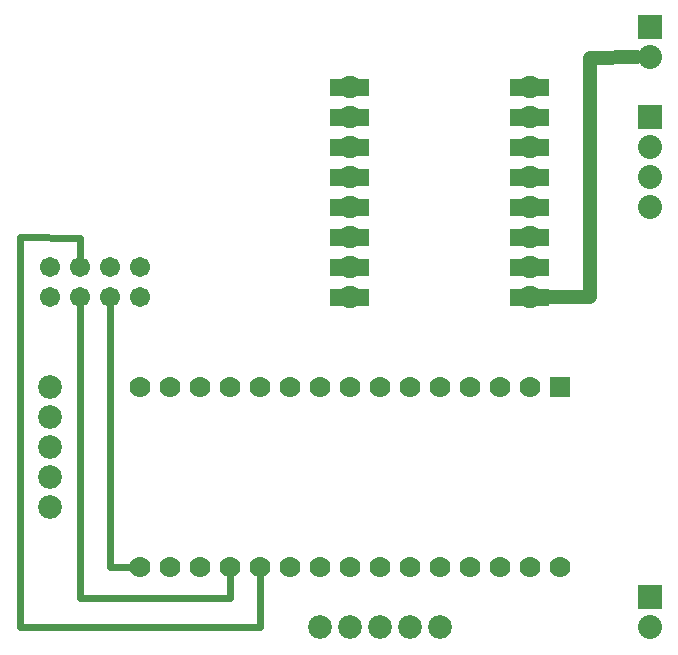
<source format=gtl>
G04 MADE WITH FRITZING*
G04 WWW.FRITZING.ORG*
G04 DOUBLE SIDED*
G04 HOLES PLATED*
G04 CONTOUR ON CENTER OF CONTOUR VECTOR*
%ASAXBY*%
%FSLAX23Y23*%
%MOIN*%
%OFA0B0*%
%SFA1.0B1.0*%
%ADD10C,0.075333*%
%ADD11C,0.080000*%
%ADD12C,0.067278*%
%ADD13C,0.070000*%
%ADD14C,0.079370*%
%ADD15R,0.080000X0.080000*%
%ADD16R,0.070000X0.069972*%
%ADD17C,0.024000*%
%ADD18C,0.048000*%
%ADD19R,0.001000X0.001000*%
%LNCOPPER1*%
G90*
G70*
G54D10*
X1248Y1967D03*
X1248Y1867D03*
X1848Y1967D03*
X1848Y1867D03*
X1848Y1767D03*
X1848Y1667D03*
X1848Y1567D03*
X1848Y1467D03*
X1848Y1367D03*
X1848Y1267D03*
X1248Y1267D03*
X1248Y1367D03*
X1248Y1467D03*
X1248Y1567D03*
X1248Y1667D03*
X1248Y1767D03*
G54D11*
X2248Y267D03*
X2248Y167D03*
X2248Y2167D03*
X2248Y2067D03*
X2248Y1867D03*
X2248Y1767D03*
X2248Y1667D03*
X2248Y1567D03*
G54D12*
X248Y1367D03*
X348Y1367D03*
X448Y1367D03*
X548Y1367D03*
X248Y1267D03*
X348Y1267D03*
X448Y1267D03*
X548Y1267D03*
G54D13*
X1948Y967D03*
X1848Y967D03*
X1748Y967D03*
X1648Y967D03*
X1548Y967D03*
X1448Y967D03*
X1348Y967D03*
X1248Y967D03*
X1148Y967D03*
X1048Y967D03*
X948Y967D03*
X848Y967D03*
X748Y967D03*
X648Y967D03*
X548Y967D03*
X1948Y367D03*
X1848Y367D03*
X1748Y367D03*
X1648Y367D03*
X1548Y367D03*
X1448Y367D03*
X1348Y367D03*
X1248Y367D03*
X1148Y367D03*
X1048Y367D03*
X948Y367D03*
X848Y367D03*
X748Y367D03*
X648Y367D03*
X548Y367D03*
G54D14*
X248Y567D03*
X248Y667D03*
X248Y767D03*
X248Y867D03*
X248Y967D03*
X1548Y167D03*
X1448Y167D03*
X1348Y167D03*
X1248Y167D03*
X1148Y167D03*
G54D15*
X2248Y267D03*
X2248Y2167D03*
X2248Y1867D03*
G54D16*
X1948Y967D03*
G54D17*
X349Y1466D02*
X147Y1467D01*
D02*
X147Y167D02*
X948Y167D01*
D02*
X147Y1467D02*
X147Y167D01*
D02*
X948Y167D02*
X948Y338D01*
D02*
X348Y1395D02*
X349Y1466D01*
G54D18*
D02*
X2047Y2066D02*
X2206Y2067D01*
D02*
X2047Y1267D02*
X2047Y2066D01*
D02*
X1891Y1267D02*
X2047Y1267D01*
G54D17*
D02*
X348Y266D02*
X849Y266D01*
D02*
X849Y266D02*
X848Y338D01*
D02*
X348Y1239D02*
X348Y266D01*
D02*
X519Y367D02*
X447Y368D01*
D02*
X447Y368D02*
X448Y1239D01*
G54D19*
X1244Y1996D02*
X1251Y1996D01*
X1844Y1996D02*
X1851Y1996D01*
X1241Y1995D02*
X1254Y1995D01*
X1840Y1995D02*
X1854Y1995D01*
X1183Y1994D02*
X1235Y1994D01*
X1259Y1994D02*
X1312Y1994D01*
X1783Y1994D02*
X1835Y1994D01*
X1859Y1994D02*
X1912Y1994D01*
X1183Y1993D02*
X1233Y1993D01*
X1261Y1993D02*
X1312Y1993D01*
X1783Y1993D02*
X1833Y1993D01*
X1861Y1993D02*
X1912Y1993D01*
X1183Y1992D02*
X1231Y1992D01*
X1263Y1992D02*
X1312Y1992D01*
X1783Y1992D02*
X1831Y1992D01*
X1863Y1992D02*
X1912Y1992D01*
X1183Y1991D02*
X1230Y1991D01*
X1265Y1991D02*
X1312Y1991D01*
X1783Y1991D02*
X1830Y1991D01*
X1865Y1991D02*
X1912Y1991D01*
X1183Y1990D02*
X1228Y1990D01*
X1266Y1990D02*
X1312Y1990D01*
X1783Y1990D02*
X1828Y1990D01*
X1866Y1990D02*
X1912Y1990D01*
X1183Y1989D02*
X1227Y1989D01*
X1267Y1989D02*
X1312Y1989D01*
X1783Y1989D02*
X1827Y1989D01*
X1867Y1989D02*
X1912Y1989D01*
X1183Y1988D02*
X1226Y1988D01*
X1268Y1988D02*
X1312Y1988D01*
X1783Y1988D02*
X1826Y1988D01*
X1868Y1988D02*
X1912Y1988D01*
X1183Y1987D02*
X1225Y1987D01*
X1269Y1987D02*
X1312Y1987D01*
X1783Y1987D02*
X1825Y1987D01*
X1869Y1987D02*
X1912Y1987D01*
X1183Y1986D02*
X1224Y1986D01*
X1270Y1986D02*
X1312Y1986D01*
X1783Y1986D02*
X1824Y1986D01*
X1870Y1986D02*
X1912Y1986D01*
X1183Y1985D02*
X1223Y1985D01*
X1271Y1985D02*
X1312Y1985D01*
X1783Y1985D02*
X1823Y1985D01*
X1871Y1985D02*
X1912Y1985D01*
X1183Y1984D02*
X1223Y1984D01*
X1271Y1984D02*
X1312Y1984D01*
X1783Y1984D02*
X1823Y1984D01*
X1871Y1984D02*
X1912Y1984D01*
X1183Y1983D02*
X1222Y1983D01*
X1272Y1983D02*
X1312Y1983D01*
X1783Y1983D02*
X1822Y1983D01*
X1872Y1983D02*
X1912Y1983D01*
X1183Y1982D02*
X1222Y1982D01*
X1273Y1982D02*
X1312Y1982D01*
X1783Y1982D02*
X1821Y1982D01*
X1873Y1982D02*
X1912Y1982D01*
X1183Y1981D02*
X1221Y1981D01*
X1273Y1981D02*
X1312Y1981D01*
X1783Y1981D02*
X1821Y1981D01*
X1873Y1981D02*
X1912Y1981D01*
X1183Y1980D02*
X1221Y1980D01*
X1274Y1980D02*
X1312Y1980D01*
X1783Y1980D02*
X1820Y1980D01*
X1874Y1980D02*
X1912Y1980D01*
X1183Y1979D02*
X1220Y1979D01*
X1274Y1979D02*
X1312Y1979D01*
X1783Y1979D02*
X1820Y1979D01*
X1874Y1979D02*
X1912Y1979D01*
X1183Y1978D02*
X1220Y1978D01*
X1275Y1978D02*
X1312Y1978D01*
X1783Y1978D02*
X1820Y1978D01*
X1875Y1978D02*
X1912Y1978D01*
X1183Y1977D02*
X1219Y1977D01*
X1275Y1977D02*
X1312Y1977D01*
X1783Y1977D02*
X1819Y1977D01*
X1875Y1977D02*
X1912Y1977D01*
X1183Y1976D02*
X1219Y1976D01*
X1276Y1976D02*
X1312Y1976D01*
X1783Y1976D02*
X1819Y1976D01*
X1876Y1976D02*
X1912Y1976D01*
X1183Y1975D02*
X1219Y1975D01*
X1276Y1975D02*
X1312Y1975D01*
X1783Y1975D02*
X1819Y1975D01*
X1876Y1975D02*
X1912Y1975D01*
X1183Y1974D02*
X1218Y1974D01*
X1276Y1974D02*
X1312Y1974D01*
X1783Y1974D02*
X1818Y1974D01*
X1876Y1974D02*
X1912Y1974D01*
X1183Y1973D02*
X1218Y1973D01*
X1276Y1973D02*
X1312Y1973D01*
X1783Y1973D02*
X1818Y1973D01*
X1876Y1973D02*
X1912Y1973D01*
X1183Y1972D02*
X1218Y1972D01*
X1277Y1972D02*
X1312Y1972D01*
X1783Y1972D02*
X1818Y1972D01*
X1877Y1972D02*
X1912Y1972D01*
X1183Y1971D02*
X1218Y1971D01*
X1277Y1971D02*
X1312Y1971D01*
X1783Y1971D02*
X1818Y1971D01*
X1877Y1971D02*
X1912Y1971D01*
X1183Y1970D02*
X1218Y1970D01*
X1277Y1970D02*
X1312Y1970D01*
X1783Y1970D02*
X1818Y1970D01*
X1877Y1970D02*
X1912Y1970D01*
X1183Y1969D02*
X1218Y1969D01*
X1277Y1969D02*
X1312Y1969D01*
X1783Y1969D02*
X1818Y1969D01*
X1877Y1969D02*
X1912Y1969D01*
X1183Y1968D02*
X1218Y1968D01*
X1277Y1968D02*
X1312Y1968D01*
X1783Y1968D02*
X1818Y1968D01*
X1877Y1968D02*
X1912Y1968D01*
X1183Y1967D02*
X1218Y1967D01*
X1277Y1967D02*
X1312Y1967D01*
X1783Y1967D02*
X1818Y1967D01*
X1877Y1967D02*
X1912Y1967D01*
X1183Y1966D02*
X1218Y1966D01*
X1277Y1966D02*
X1312Y1966D01*
X1783Y1966D02*
X1818Y1966D01*
X1877Y1966D02*
X1912Y1966D01*
X1183Y1965D02*
X1218Y1965D01*
X1277Y1965D02*
X1312Y1965D01*
X1783Y1965D02*
X1818Y1965D01*
X1877Y1965D02*
X1912Y1965D01*
X1183Y1964D02*
X1218Y1964D01*
X1277Y1964D02*
X1312Y1964D01*
X1783Y1964D02*
X1818Y1964D01*
X1877Y1964D02*
X1912Y1964D01*
X1183Y1963D02*
X1218Y1963D01*
X1277Y1963D02*
X1312Y1963D01*
X1783Y1963D02*
X1818Y1963D01*
X1877Y1963D02*
X1912Y1963D01*
X1183Y1962D02*
X1218Y1962D01*
X1277Y1962D02*
X1312Y1962D01*
X1783Y1962D02*
X1818Y1962D01*
X1876Y1962D02*
X1912Y1962D01*
X1183Y1961D02*
X1218Y1961D01*
X1276Y1961D02*
X1312Y1961D01*
X1783Y1961D02*
X1818Y1961D01*
X1876Y1961D02*
X1912Y1961D01*
X1183Y1960D02*
X1219Y1960D01*
X1276Y1960D02*
X1312Y1960D01*
X1783Y1960D02*
X1819Y1960D01*
X1876Y1960D02*
X1912Y1960D01*
X1183Y1959D02*
X1219Y1959D01*
X1276Y1959D02*
X1312Y1959D01*
X1783Y1959D02*
X1819Y1959D01*
X1876Y1959D02*
X1912Y1959D01*
X1183Y1958D02*
X1219Y1958D01*
X1275Y1958D02*
X1312Y1958D01*
X1783Y1958D02*
X1819Y1958D01*
X1875Y1958D02*
X1912Y1958D01*
X1183Y1957D02*
X1220Y1957D01*
X1275Y1957D02*
X1312Y1957D01*
X1783Y1957D02*
X1820Y1957D01*
X1875Y1957D02*
X1912Y1957D01*
X1183Y1956D02*
X1220Y1956D01*
X1275Y1956D02*
X1312Y1956D01*
X1783Y1956D02*
X1820Y1956D01*
X1875Y1956D02*
X1912Y1956D01*
X1183Y1955D02*
X1220Y1955D01*
X1274Y1955D02*
X1312Y1955D01*
X1783Y1955D02*
X1820Y1955D01*
X1874Y1955D02*
X1912Y1955D01*
X1183Y1954D02*
X1221Y1954D01*
X1274Y1954D02*
X1312Y1954D01*
X1783Y1954D02*
X1821Y1954D01*
X1874Y1954D02*
X1912Y1954D01*
X1183Y1953D02*
X1221Y1953D01*
X1273Y1953D02*
X1312Y1953D01*
X1783Y1953D02*
X1821Y1953D01*
X1873Y1953D02*
X1912Y1953D01*
X1183Y1952D02*
X1222Y1952D01*
X1273Y1952D02*
X1312Y1952D01*
X1783Y1952D02*
X1822Y1952D01*
X1873Y1952D02*
X1912Y1952D01*
X1183Y1951D02*
X1223Y1951D01*
X1272Y1951D02*
X1312Y1951D01*
X1783Y1951D02*
X1823Y1951D01*
X1872Y1951D02*
X1912Y1951D01*
X1183Y1950D02*
X1224Y1950D01*
X1271Y1950D02*
X1312Y1950D01*
X1783Y1950D02*
X1823Y1950D01*
X1871Y1950D02*
X1912Y1950D01*
X1183Y1949D02*
X1224Y1949D01*
X1270Y1949D02*
X1312Y1949D01*
X1783Y1949D02*
X1824Y1949D01*
X1870Y1949D02*
X1912Y1949D01*
X1183Y1948D02*
X1225Y1948D01*
X1270Y1948D02*
X1312Y1948D01*
X1783Y1948D02*
X1825Y1948D01*
X1870Y1948D02*
X1912Y1948D01*
X1183Y1947D02*
X1226Y1947D01*
X1269Y1947D02*
X1312Y1947D01*
X1783Y1947D02*
X1826Y1947D01*
X1869Y1947D02*
X1912Y1947D01*
X1183Y1946D02*
X1227Y1946D01*
X1268Y1946D02*
X1312Y1946D01*
X1783Y1946D02*
X1827Y1946D01*
X1868Y1946D02*
X1912Y1946D01*
X1183Y1945D02*
X1228Y1945D01*
X1267Y1945D02*
X1312Y1945D01*
X1783Y1945D02*
X1828Y1945D01*
X1867Y1945D02*
X1912Y1945D01*
X1183Y1944D02*
X1229Y1944D01*
X1265Y1944D02*
X1312Y1944D01*
X1783Y1944D02*
X1829Y1944D01*
X1865Y1944D02*
X1912Y1944D01*
X1183Y1943D02*
X1231Y1943D01*
X1264Y1943D02*
X1312Y1943D01*
X1783Y1943D02*
X1831Y1943D01*
X1864Y1943D02*
X1912Y1943D01*
X1183Y1942D02*
X1232Y1942D01*
X1263Y1942D02*
X1312Y1942D01*
X1783Y1942D02*
X1832Y1942D01*
X1862Y1942D02*
X1912Y1942D01*
X1183Y1941D02*
X1234Y1941D01*
X1261Y1941D02*
X1312Y1941D01*
X1783Y1941D02*
X1834Y1941D01*
X1861Y1941D02*
X1912Y1941D01*
X1183Y1940D02*
X1236Y1940D01*
X1258Y1940D02*
X1312Y1940D01*
X1783Y1940D02*
X1836Y1940D01*
X1858Y1940D02*
X1912Y1940D01*
X1183Y1939D02*
X1239Y1939D01*
X1255Y1939D02*
X1312Y1939D01*
X1783Y1939D02*
X1839Y1939D01*
X1855Y1939D02*
X1912Y1939D01*
X1183Y1938D02*
X1242Y1938D01*
X1253Y1938D02*
X1312Y1938D01*
X1783Y1938D02*
X1842Y1938D01*
X1853Y1938D02*
X1912Y1938D01*
X1244Y1896D02*
X1251Y1896D01*
X1843Y1896D02*
X1851Y1896D01*
X1241Y1895D02*
X1254Y1895D01*
X1841Y1895D02*
X1854Y1895D01*
X1183Y1894D02*
X1235Y1894D01*
X1259Y1894D02*
X1312Y1894D01*
X1783Y1894D02*
X1835Y1894D01*
X1859Y1894D02*
X1912Y1894D01*
X1183Y1893D02*
X1233Y1893D01*
X1261Y1893D02*
X1312Y1893D01*
X1783Y1893D02*
X1833Y1893D01*
X1861Y1893D02*
X1912Y1893D01*
X1183Y1892D02*
X1231Y1892D01*
X1263Y1892D02*
X1312Y1892D01*
X1783Y1892D02*
X1831Y1892D01*
X1863Y1892D02*
X1912Y1892D01*
X1183Y1891D02*
X1230Y1891D01*
X1265Y1891D02*
X1312Y1891D01*
X1783Y1891D02*
X1830Y1891D01*
X1865Y1891D02*
X1912Y1891D01*
X1183Y1890D02*
X1228Y1890D01*
X1266Y1890D02*
X1312Y1890D01*
X1783Y1890D02*
X1828Y1890D01*
X1866Y1890D02*
X1912Y1890D01*
X1183Y1889D02*
X1227Y1889D01*
X1267Y1889D02*
X1312Y1889D01*
X1783Y1889D02*
X1827Y1889D01*
X1867Y1889D02*
X1912Y1889D01*
X1183Y1888D02*
X1226Y1888D01*
X1268Y1888D02*
X1312Y1888D01*
X1783Y1888D02*
X1826Y1888D01*
X1868Y1888D02*
X1912Y1888D01*
X1183Y1887D02*
X1225Y1887D01*
X1269Y1887D02*
X1312Y1887D01*
X1783Y1887D02*
X1825Y1887D01*
X1869Y1887D02*
X1912Y1887D01*
X1183Y1886D02*
X1224Y1886D01*
X1270Y1886D02*
X1312Y1886D01*
X1783Y1886D02*
X1824Y1886D01*
X1870Y1886D02*
X1912Y1886D01*
X1183Y1885D02*
X1223Y1885D01*
X1271Y1885D02*
X1312Y1885D01*
X1783Y1885D02*
X1823Y1885D01*
X1871Y1885D02*
X1912Y1885D01*
X1183Y1884D02*
X1223Y1884D01*
X1271Y1884D02*
X1312Y1884D01*
X1783Y1884D02*
X1823Y1884D01*
X1871Y1884D02*
X1912Y1884D01*
X1183Y1883D02*
X1222Y1883D01*
X1272Y1883D02*
X1312Y1883D01*
X1783Y1883D02*
X1822Y1883D01*
X1872Y1883D02*
X1912Y1883D01*
X1183Y1882D02*
X1222Y1882D01*
X1273Y1882D02*
X1312Y1882D01*
X1783Y1882D02*
X1821Y1882D01*
X1873Y1882D02*
X1912Y1882D01*
X1183Y1881D02*
X1221Y1881D01*
X1273Y1881D02*
X1312Y1881D01*
X1783Y1881D02*
X1821Y1881D01*
X1873Y1881D02*
X1912Y1881D01*
X1183Y1880D02*
X1221Y1880D01*
X1274Y1880D02*
X1312Y1880D01*
X1783Y1880D02*
X1820Y1880D01*
X1874Y1880D02*
X1912Y1880D01*
X1183Y1879D02*
X1220Y1879D01*
X1274Y1879D02*
X1312Y1879D01*
X1783Y1879D02*
X1820Y1879D01*
X1874Y1879D02*
X1912Y1879D01*
X1183Y1878D02*
X1220Y1878D01*
X1275Y1878D02*
X1312Y1878D01*
X1783Y1878D02*
X1820Y1878D01*
X1875Y1878D02*
X1912Y1878D01*
X1183Y1877D02*
X1219Y1877D01*
X1275Y1877D02*
X1312Y1877D01*
X1783Y1877D02*
X1819Y1877D01*
X1875Y1877D02*
X1912Y1877D01*
X1183Y1876D02*
X1219Y1876D01*
X1276Y1876D02*
X1312Y1876D01*
X1783Y1876D02*
X1819Y1876D01*
X1876Y1876D02*
X1912Y1876D01*
X1183Y1875D02*
X1219Y1875D01*
X1276Y1875D02*
X1312Y1875D01*
X1783Y1875D02*
X1819Y1875D01*
X1876Y1875D02*
X1912Y1875D01*
X1183Y1874D02*
X1218Y1874D01*
X1276Y1874D02*
X1312Y1874D01*
X1783Y1874D02*
X1818Y1874D01*
X1876Y1874D02*
X1912Y1874D01*
X1183Y1873D02*
X1218Y1873D01*
X1276Y1873D02*
X1312Y1873D01*
X1783Y1873D02*
X1818Y1873D01*
X1876Y1873D02*
X1912Y1873D01*
X1183Y1872D02*
X1218Y1872D01*
X1277Y1872D02*
X1312Y1872D01*
X1783Y1872D02*
X1818Y1872D01*
X1877Y1872D02*
X1912Y1872D01*
X1183Y1871D02*
X1218Y1871D01*
X1277Y1871D02*
X1312Y1871D01*
X1783Y1871D02*
X1818Y1871D01*
X1877Y1871D02*
X1912Y1871D01*
X1183Y1870D02*
X1218Y1870D01*
X1277Y1870D02*
X1312Y1870D01*
X1783Y1870D02*
X1818Y1870D01*
X1877Y1870D02*
X1912Y1870D01*
X1183Y1869D02*
X1218Y1869D01*
X1277Y1869D02*
X1312Y1869D01*
X1783Y1869D02*
X1818Y1869D01*
X1877Y1869D02*
X1912Y1869D01*
X1183Y1868D02*
X1218Y1868D01*
X1277Y1868D02*
X1312Y1868D01*
X1783Y1868D02*
X1818Y1868D01*
X1877Y1868D02*
X1912Y1868D01*
X1183Y1867D02*
X1218Y1867D01*
X1277Y1867D02*
X1312Y1867D01*
X1783Y1867D02*
X1818Y1867D01*
X1877Y1867D02*
X1912Y1867D01*
X1183Y1866D02*
X1218Y1866D01*
X1277Y1866D02*
X1312Y1866D01*
X1783Y1866D02*
X1818Y1866D01*
X1877Y1866D02*
X1912Y1866D01*
X1183Y1865D02*
X1218Y1865D01*
X1277Y1865D02*
X1312Y1865D01*
X1783Y1865D02*
X1818Y1865D01*
X1877Y1865D02*
X1912Y1865D01*
X1183Y1864D02*
X1218Y1864D01*
X1277Y1864D02*
X1312Y1864D01*
X1783Y1864D02*
X1818Y1864D01*
X1877Y1864D02*
X1912Y1864D01*
X1183Y1863D02*
X1218Y1863D01*
X1277Y1863D02*
X1312Y1863D01*
X1783Y1863D02*
X1818Y1863D01*
X1877Y1863D02*
X1912Y1863D01*
X1183Y1862D02*
X1218Y1862D01*
X1277Y1862D02*
X1312Y1862D01*
X1783Y1862D02*
X1818Y1862D01*
X1876Y1862D02*
X1912Y1862D01*
X1183Y1861D02*
X1218Y1861D01*
X1276Y1861D02*
X1312Y1861D01*
X1783Y1861D02*
X1818Y1861D01*
X1876Y1861D02*
X1912Y1861D01*
X1183Y1860D02*
X1219Y1860D01*
X1276Y1860D02*
X1312Y1860D01*
X1783Y1860D02*
X1819Y1860D01*
X1876Y1860D02*
X1912Y1860D01*
X1183Y1859D02*
X1219Y1859D01*
X1276Y1859D02*
X1312Y1859D01*
X1783Y1859D02*
X1819Y1859D01*
X1876Y1859D02*
X1912Y1859D01*
X1183Y1858D02*
X1219Y1858D01*
X1275Y1858D02*
X1312Y1858D01*
X1783Y1858D02*
X1819Y1858D01*
X1875Y1858D02*
X1912Y1858D01*
X1183Y1857D02*
X1220Y1857D01*
X1275Y1857D02*
X1312Y1857D01*
X1783Y1857D02*
X1820Y1857D01*
X1875Y1857D02*
X1912Y1857D01*
X1183Y1856D02*
X1220Y1856D01*
X1275Y1856D02*
X1312Y1856D01*
X1783Y1856D02*
X1820Y1856D01*
X1875Y1856D02*
X1912Y1856D01*
X1183Y1855D02*
X1220Y1855D01*
X1274Y1855D02*
X1312Y1855D01*
X1783Y1855D02*
X1820Y1855D01*
X1874Y1855D02*
X1912Y1855D01*
X1183Y1854D02*
X1221Y1854D01*
X1274Y1854D02*
X1312Y1854D01*
X1783Y1854D02*
X1821Y1854D01*
X1874Y1854D02*
X1912Y1854D01*
X1183Y1853D02*
X1221Y1853D01*
X1273Y1853D02*
X1312Y1853D01*
X1783Y1853D02*
X1821Y1853D01*
X1873Y1853D02*
X1912Y1853D01*
X1183Y1852D02*
X1222Y1852D01*
X1273Y1852D02*
X1312Y1852D01*
X1783Y1852D02*
X1822Y1852D01*
X1873Y1852D02*
X1912Y1852D01*
X1183Y1851D02*
X1223Y1851D01*
X1272Y1851D02*
X1312Y1851D01*
X1783Y1851D02*
X1823Y1851D01*
X1872Y1851D02*
X1912Y1851D01*
X1183Y1850D02*
X1224Y1850D01*
X1271Y1850D02*
X1312Y1850D01*
X1783Y1850D02*
X1823Y1850D01*
X1871Y1850D02*
X1912Y1850D01*
X1183Y1849D02*
X1224Y1849D01*
X1270Y1849D02*
X1312Y1849D01*
X1783Y1849D02*
X1824Y1849D01*
X1870Y1849D02*
X1912Y1849D01*
X1183Y1848D02*
X1225Y1848D01*
X1270Y1848D02*
X1312Y1848D01*
X1783Y1848D02*
X1825Y1848D01*
X1870Y1848D02*
X1912Y1848D01*
X1183Y1847D02*
X1226Y1847D01*
X1269Y1847D02*
X1312Y1847D01*
X1783Y1847D02*
X1826Y1847D01*
X1869Y1847D02*
X1912Y1847D01*
X1183Y1846D02*
X1227Y1846D01*
X1268Y1846D02*
X1312Y1846D01*
X1783Y1846D02*
X1827Y1846D01*
X1868Y1846D02*
X1912Y1846D01*
X1183Y1845D02*
X1228Y1845D01*
X1267Y1845D02*
X1312Y1845D01*
X1783Y1845D02*
X1828Y1845D01*
X1867Y1845D02*
X1912Y1845D01*
X1183Y1844D02*
X1229Y1844D01*
X1265Y1844D02*
X1312Y1844D01*
X1783Y1844D02*
X1829Y1844D01*
X1865Y1844D02*
X1912Y1844D01*
X1183Y1843D02*
X1231Y1843D01*
X1264Y1843D02*
X1312Y1843D01*
X1783Y1843D02*
X1831Y1843D01*
X1864Y1843D02*
X1912Y1843D01*
X1183Y1842D02*
X1232Y1842D01*
X1263Y1842D02*
X1312Y1842D01*
X1783Y1842D02*
X1832Y1842D01*
X1862Y1842D02*
X1912Y1842D01*
X1183Y1841D02*
X1234Y1841D01*
X1261Y1841D02*
X1312Y1841D01*
X1783Y1841D02*
X1834Y1841D01*
X1861Y1841D02*
X1912Y1841D01*
X1183Y1840D02*
X1236Y1840D01*
X1258Y1840D02*
X1312Y1840D01*
X1783Y1840D02*
X1836Y1840D01*
X1858Y1840D02*
X1912Y1840D01*
X1183Y1839D02*
X1239Y1839D01*
X1255Y1839D02*
X1312Y1839D01*
X1783Y1839D02*
X1839Y1839D01*
X1855Y1839D02*
X1912Y1839D01*
X1183Y1838D02*
X1241Y1838D01*
X1253Y1838D02*
X1312Y1838D01*
X1783Y1838D02*
X1841Y1838D01*
X1853Y1838D02*
X1912Y1838D01*
X1243Y1796D02*
X1251Y1796D01*
X1843Y1796D02*
X1851Y1796D01*
X1241Y1795D02*
X1254Y1795D01*
X1841Y1795D02*
X1854Y1795D01*
X1183Y1794D02*
X1235Y1794D01*
X1259Y1794D02*
X1312Y1794D01*
X1783Y1794D02*
X1835Y1794D01*
X1859Y1794D02*
X1912Y1794D01*
X1183Y1793D02*
X1233Y1793D01*
X1261Y1793D02*
X1312Y1793D01*
X1783Y1793D02*
X1833Y1793D01*
X1861Y1793D02*
X1912Y1793D01*
X1183Y1792D02*
X1231Y1792D01*
X1263Y1792D02*
X1312Y1792D01*
X1783Y1792D02*
X1831Y1792D01*
X1863Y1792D02*
X1912Y1792D01*
X1183Y1791D02*
X1230Y1791D01*
X1265Y1791D02*
X1312Y1791D01*
X1783Y1791D02*
X1830Y1791D01*
X1865Y1791D02*
X1912Y1791D01*
X1183Y1790D02*
X1228Y1790D01*
X1266Y1790D02*
X1312Y1790D01*
X1783Y1790D02*
X1828Y1790D01*
X1866Y1790D02*
X1912Y1790D01*
X1183Y1789D02*
X1227Y1789D01*
X1267Y1789D02*
X1312Y1789D01*
X1783Y1789D02*
X1827Y1789D01*
X1867Y1789D02*
X1912Y1789D01*
X1183Y1788D02*
X1226Y1788D01*
X1268Y1788D02*
X1312Y1788D01*
X1783Y1788D02*
X1826Y1788D01*
X1868Y1788D02*
X1912Y1788D01*
X1183Y1787D02*
X1225Y1787D01*
X1269Y1787D02*
X1312Y1787D01*
X1783Y1787D02*
X1825Y1787D01*
X1869Y1787D02*
X1912Y1787D01*
X1183Y1786D02*
X1224Y1786D01*
X1270Y1786D02*
X1312Y1786D01*
X1783Y1786D02*
X1824Y1786D01*
X1870Y1786D02*
X1912Y1786D01*
X1183Y1785D02*
X1223Y1785D01*
X1271Y1785D02*
X1312Y1785D01*
X1783Y1785D02*
X1823Y1785D01*
X1871Y1785D02*
X1912Y1785D01*
X1183Y1784D02*
X1223Y1784D01*
X1271Y1784D02*
X1312Y1784D01*
X1783Y1784D02*
X1823Y1784D01*
X1871Y1784D02*
X1912Y1784D01*
X1183Y1783D02*
X1222Y1783D01*
X1272Y1783D02*
X1312Y1783D01*
X1783Y1783D02*
X1822Y1783D01*
X1872Y1783D02*
X1912Y1783D01*
X1183Y1782D02*
X1222Y1782D01*
X1273Y1782D02*
X1312Y1782D01*
X1783Y1782D02*
X1821Y1782D01*
X1873Y1782D02*
X1912Y1782D01*
X1183Y1781D02*
X1221Y1781D01*
X1273Y1781D02*
X1312Y1781D01*
X1783Y1781D02*
X1821Y1781D01*
X1873Y1781D02*
X1912Y1781D01*
X1183Y1780D02*
X1221Y1780D01*
X1274Y1780D02*
X1312Y1780D01*
X1783Y1780D02*
X1820Y1780D01*
X1874Y1780D02*
X1912Y1780D01*
X1183Y1779D02*
X1220Y1779D01*
X1274Y1779D02*
X1312Y1779D01*
X1783Y1779D02*
X1820Y1779D01*
X1874Y1779D02*
X1912Y1779D01*
X1183Y1778D02*
X1220Y1778D01*
X1275Y1778D02*
X1312Y1778D01*
X1783Y1778D02*
X1820Y1778D01*
X1875Y1778D02*
X1912Y1778D01*
X1183Y1777D02*
X1219Y1777D01*
X1275Y1777D02*
X1312Y1777D01*
X1783Y1777D02*
X1819Y1777D01*
X1875Y1777D02*
X1912Y1777D01*
X1183Y1776D02*
X1219Y1776D01*
X1276Y1776D02*
X1312Y1776D01*
X1783Y1776D02*
X1819Y1776D01*
X1876Y1776D02*
X1912Y1776D01*
X1183Y1775D02*
X1219Y1775D01*
X1276Y1775D02*
X1312Y1775D01*
X1783Y1775D02*
X1819Y1775D01*
X1876Y1775D02*
X1912Y1775D01*
X1183Y1774D02*
X1218Y1774D01*
X1276Y1774D02*
X1312Y1774D01*
X1783Y1774D02*
X1818Y1774D01*
X1876Y1774D02*
X1912Y1774D01*
X1183Y1773D02*
X1218Y1773D01*
X1276Y1773D02*
X1312Y1773D01*
X1783Y1773D02*
X1818Y1773D01*
X1876Y1773D02*
X1912Y1773D01*
X1183Y1772D02*
X1218Y1772D01*
X1277Y1772D02*
X1312Y1772D01*
X1783Y1772D02*
X1818Y1772D01*
X1877Y1772D02*
X1912Y1772D01*
X1183Y1771D02*
X1218Y1771D01*
X1277Y1771D02*
X1312Y1771D01*
X1783Y1771D02*
X1818Y1771D01*
X1877Y1771D02*
X1912Y1771D01*
X1183Y1770D02*
X1218Y1770D01*
X1277Y1770D02*
X1312Y1770D01*
X1783Y1770D02*
X1818Y1770D01*
X1877Y1770D02*
X1912Y1770D01*
X1183Y1769D02*
X1218Y1769D01*
X1277Y1769D02*
X1312Y1769D01*
X1783Y1769D02*
X1818Y1769D01*
X1877Y1769D02*
X1912Y1769D01*
X1183Y1768D02*
X1218Y1768D01*
X1277Y1768D02*
X1312Y1768D01*
X1783Y1768D02*
X1818Y1768D01*
X1877Y1768D02*
X1912Y1768D01*
X1183Y1767D02*
X1218Y1767D01*
X1277Y1767D02*
X1312Y1767D01*
X1783Y1767D02*
X1818Y1767D01*
X1877Y1767D02*
X1912Y1767D01*
X1183Y1766D02*
X1218Y1766D01*
X1277Y1766D02*
X1312Y1766D01*
X1783Y1766D02*
X1818Y1766D01*
X1877Y1766D02*
X1912Y1766D01*
X1183Y1765D02*
X1218Y1765D01*
X1277Y1765D02*
X1312Y1765D01*
X1783Y1765D02*
X1818Y1765D01*
X1877Y1765D02*
X1912Y1765D01*
X1183Y1764D02*
X1218Y1764D01*
X1277Y1764D02*
X1312Y1764D01*
X1783Y1764D02*
X1818Y1764D01*
X1877Y1764D02*
X1912Y1764D01*
X1183Y1763D02*
X1218Y1763D01*
X1277Y1763D02*
X1312Y1763D01*
X1783Y1763D02*
X1818Y1763D01*
X1877Y1763D02*
X1912Y1763D01*
X1183Y1762D02*
X1218Y1762D01*
X1277Y1762D02*
X1312Y1762D01*
X1783Y1762D02*
X1818Y1762D01*
X1876Y1762D02*
X1912Y1762D01*
X1183Y1761D02*
X1218Y1761D01*
X1276Y1761D02*
X1312Y1761D01*
X1783Y1761D02*
X1818Y1761D01*
X1876Y1761D02*
X1912Y1761D01*
X1183Y1760D02*
X1219Y1760D01*
X1276Y1760D02*
X1312Y1760D01*
X1783Y1760D02*
X1819Y1760D01*
X1876Y1760D02*
X1912Y1760D01*
X1183Y1759D02*
X1219Y1759D01*
X1276Y1759D02*
X1312Y1759D01*
X1783Y1759D02*
X1819Y1759D01*
X1876Y1759D02*
X1912Y1759D01*
X1183Y1758D02*
X1219Y1758D01*
X1275Y1758D02*
X1312Y1758D01*
X1783Y1758D02*
X1819Y1758D01*
X1875Y1758D02*
X1912Y1758D01*
X1183Y1757D02*
X1220Y1757D01*
X1275Y1757D02*
X1312Y1757D01*
X1783Y1757D02*
X1820Y1757D01*
X1875Y1757D02*
X1912Y1757D01*
X1183Y1756D02*
X1220Y1756D01*
X1275Y1756D02*
X1312Y1756D01*
X1783Y1756D02*
X1820Y1756D01*
X1875Y1756D02*
X1912Y1756D01*
X1183Y1755D02*
X1220Y1755D01*
X1274Y1755D02*
X1312Y1755D01*
X1783Y1755D02*
X1820Y1755D01*
X1874Y1755D02*
X1912Y1755D01*
X1183Y1754D02*
X1221Y1754D01*
X1274Y1754D02*
X1312Y1754D01*
X1783Y1754D02*
X1821Y1754D01*
X1874Y1754D02*
X1912Y1754D01*
X1183Y1753D02*
X1222Y1753D01*
X1273Y1753D02*
X1312Y1753D01*
X1783Y1753D02*
X1821Y1753D01*
X1873Y1753D02*
X1912Y1753D01*
X1183Y1752D02*
X1222Y1752D01*
X1273Y1752D02*
X1312Y1752D01*
X1783Y1752D02*
X1822Y1752D01*
X1873Y1752D02*
X1912Y1752D01*
X1183Y1751D02*
X1223Y1751D01*
X1272Y1751D02*
X1312Y1751D01*
X1783Y1751D02*
X1823Y1751D01*
X1872Y1751D02*
X1912Y1751D01*
X1183Y1750D02*
X1224Y1750D01*
X1271Y1750D02*
X1312Y1750D01*
X1783Y1750D02*
X1823Y1750D01*
X1871Y1750D02*
X1912Y1750D01*
X1183Y1749D02*
X1224Y1749D01*
X1270Y1749D02*
X1312Y1749D01*
X1783Y1749D02*
X1824Y1749D01*
X1870Y1749D02*
X1912Y1749D01*
X1183Y1748D02*
X1225Y1748D01*
X1270Y1748D02*
X1312Y1748D01*
X1783Y1748D02*
X1825Y1748D01*
X1870Y1748D02*
X1912Y1748D01*
X1183Y1747D02*
X1226Y1747D01*
X1269Y1747D02*
X1312Y1747D01*
X1783Y1747D02*
X1826Y1747D01*
X1869Y1747D02*
X1912Y1747D01*
X1183Y1746D02*
X1227Y1746D01*
X1268Y1746D02*
X1312Y1746D01*
X1783Y1746D02*
X1827Y1746D01*
X1868Y1746D02*
X1912Y1746D01*
X1183Y1745D02*
X1228Y1745D01*
X1267Y1745D02*
X1312Y1745D01*
X1783Y1745D02*
X1828Y1745D01*
X1867Y1745D02*
X1912Y1745D01*
X1183Y1744D02*
X1229Y1744D01*
X1265Y1744D02*
X1312Y1744D01*
X1783Y1744D02*
X1829Y1744D01*
X1865Y1744D02*
X1912Y1744D01*
X1183Y1743D02*
X1231Y1743D01*
X1264Y1743D02*
X1312Y1743D01*
X1783Y1743D02*
X1831Y1743D01*
X1864Y1743D02*
X1912Y1743D01*
X1183Y1742D02*
X1232Y1742D01*
X1263Y1742D02*
X1312Y1742D01*
X1783Y1742D02*
X1832Y1742D01*
X1862Y1742D02*
X1912Y1742D01*
X1183Y1741D02*
X1234Y1741D01*
X1261Y1741D02*
X1312Y1741D01*
X1783Y1741D02*
X1834Y1741D01*
X1861Y1741D02*
X1912Y1741D01*
X1183Y1740D02*
X1236Y1740D01*
X1258Y1740D02*
X1312Y1740D01*
X1783Y1740D02*
X1836Y1740D01*
X1858Y1740D02*
X1912Y1740D01*
X1183Y1739D02*
X1239Y1739D01*
X1255Y1739D02*
X1312Y1739D01*
X1783Y1739D02*
X1839Y1739D01*
X1855Y1739D02*
X1912Y1739D01*
X1183Y1738D02*
X1241Y1738D01*
X1253Y1738D02*
X1312Y1738D01*
X1783Y1738D02*
X1841Y1738D01*
X1853Y1738D02*
X1912Y1738D01*
X1243Y1696D02*
X1251Y1696D01*
X1843Y1696D02*
X1851Y1696D01*
X1241Y1695D02*
X1254Y1695D01*
X1841Y1695D02*
X1854Y1695D01*
X1183Y1694D02*
X1235Y1694D01*
X1259Y1694D02*
X1312Y1694D01*
X1783Y1694D02*
X1835Y1694D01*
X1859Y1694D02*
X1912Y1694D01*
X1183Y1693D02*
X1233Y1693D01*
X1261Y1693D02*
X1312Y1693D01*
X1783Y1693D02*
X1833Y1693D01*
X1861Y1693D02*
X1912Y1693D01*
X1183Y1692D02*
X1231Y1692D01*
X1263Y1692D02*
X1312Y1692D01*
X1783Y1692D02*
X1831Y1692D01*
X1863Y1692D02*
X1912Y1692D01*
X1183Y1691D02*
X1230Y1691D01*
X1265Y1691D02*
X1312Y1691D01*
X1783Y1691D02*
X1830Y1691D01*
X1865Y1691D02*
X1912Y1691D01*
X1183Y1690D02*
X1228Y1690D01*
X1266Y1690D02*
X1312Y1690D01*
X1783Y1690D02*
X1828Y1690D01*
X1866Y1690D02*
X1912Y1690D01*
X1183Y1689D02*
X1227Y1689D01*
X1267Y1689D02*
X1312Y1689D01*
X1783Y1689D02*
X1827Y1689D01*
X1867Y1689D02*
X1912Y1689D01*
X1183Y1688D02*
X1226Y1688D01*
X1268Y1688D02*
X1312Y1688D01*
X1783Y1688D02*
X1826Y1688D01*
X1868Y1688D02*
X1912Y1688D01*
X1183Y1687D02*
X1225Y1687D01*
X1269Y1687D02*
X1312Y1687D01*
X1783Y1687D02*
X1825Y1687D01*
X1869Y1687D02*
X1912Y1687D01*
X1183Y1686D02*
X1224Y1686D01*
X1270Y1686D02*
X1312Y1686D01*
X1783Y1686D02*
X1824Y1686D01*
X1870Y1686D02*
X1912Y1686D01*
X1183Y1685D02*
X1223Y1685D01*
X1271Y1685D02*
X1312Y1685D01*
X1783Y1685D02*
X1823Y1685D01*
X1871Y1685D02*
X1912Y1685D01*
X1183Y1684D02*
X1223Y1684D01*
X1271Y1684D02*
X1312Y1684D01*
X1783Y1684D02*
X1823Y1684D01*
X1871Y1684D02*
X1912Y1684D01*
X1183Y1683D02*
X1222Y1683D01*
X1272Y1683D02*
X1312Y1683D01*
X1783Y1683D02*
X1822Y1683D01*
X1872Y1683D02*
X1912Y1683D01*
X1183Y1682D02*
X1222Y1682D01*
X1273Y1682D02*
X1312Y1682D01*
X1783Y1682D02*
X1821Y1682D01*
X1873Y1682D02*
X1912Y1682D01*
X1183Y1681D02*
X1221Y1681D01*
X1273Y1681D02*
X1312Y1681D01*
X1783Y1681D02*
X1821Y1681D01*
X1873Y1681D02*
X1912Y1681D01*
X1183Y1680D02*
X1221Y1680D01*
X1274Y1680D02*
X1312Y1680D01*
X1783Y1680D02*
X1820Y1680D01*
X1874Y1680D02*
X1912Y1680D01*
X1183Y1679D02*
X1220Y1679D01*
X1274Y1679D02*
X1312Y1679D01*
X1783Y1679D02*
X1820Y1679D01*
X1874Y1679D02*
X1912Y1679D01*
X1183Y1678D02*
X1220Y1678D01*
X1275Y1678D02*
X1312Y1678D01*
X1783Y1678D02*
X1820Y1678D01*
X1875Y1678D02*
X1912Y1678D01*
X1183Y1677D02*
X1219Y1677D01*
X1275Y1677D02*
X1312Y1677D01*
X1783Y1677D02*
X1819Y1677D01*
X1875Y1677D02*
X1912Y1677D01*
X1183Y1676D02*
X1219Y1676D01*
X1276Y1676D02*
X1312Y1676D01*
X1783Y1676D02*
X1819Y1676D01*
X1876Y1676D02*
X1912Y1676D01*
X1183Y1675D02*
X1219Y1675D01*
X1276Y1675D02*
X1312Y1675D01*
X1783Y1675D02*
X1819Y1675D01*
X1876Y1675D02*
X1912Y1675D01*
X1183Y1674D02*
X1218Y1674D01*
X1276Y1674D02*
X1312Y1674D01*
X1783Y1674D02*
X1818Y1674D01*
X1876Y1674D02*
X1912Y1674D01*
X1183Y1673D02*
X1218Y1673D01*
X1276Y1673D02*
X1312Y1673D01*
X1783Y1673D02*
X1818Y1673D01*
X1876Y1673D02*
X1912Y1673D01*
X1183Y1672D02*
X1218Y1672D01*
X1277Y1672D02*
X1312Y1672D01*
X1783Y1672D02*
X1818Y1672D01*
X1877Y1672D02*
X1912Y1672D01*
X1183Y1671D02*
X1218Y1671D01*
X1277Y1671D02*
X1312Y1671D01*
X1783Y1671D02*
X1818Y1671D01*
X1877Y1671D02*
X1912Y1671D01*
X1183Y1670D02*
X1218Y1670D01*
X1277Y1670D02*
X1312Y1670D01*
X1783Y1670D02*
X1818Y1670D01*
X1877Y1670D02*
X1912Y1670D01*
X1183Y1669D02*
X1218Y1669D01*
X1277Y1669D02*
X1312Y1669D01*
X1783Y1669D02*
X1818Y1669D01*
X1877Y1669D02*
X1912Y1669D01*
X1183Y1668D02*
X1218Y1668D01*
X1277Y1668D02*
X1312Y1668D01*
X1783Y1668D02*
X1818Y1668D01*
X1877Y1668D02*
X1912Y1668D01*
X1183Y1667D02*
X1218Y1667D01*
X1277Y1667D02*
X1312Y1667D01*
X1783Y1667D02*
X1818Y1667D01*
X1877Y1667D02*
X1912Y1667D01*
X1183Y1666D02*
X1218Y1666D01*
X1277Y1666D02*
X1312Y1666D01*
X1783Y1666D02*
X1818Y1666D01*
X1877Y1666D02*
X1912Y1666D01*
X1183Y1665D02*
X1218Y1665D01*
X1277Y1665D02*
X1312Y1665D01*
X1783Y1665D02*
X1818Y1665D01*
X1877Y1665D02*
X1912Y1665D01*
X1183Y1664D02*
X1218Y1664D01*
X1277Y1664D02*
X1312Y1664D01*
X1783Y1664D02*
X1818Y1664D01*
X1877Y1664D02*
X1912Y1664D01*
X1183Y1663D02*
X1218Y1663D01*
X1277Y1663D02*
X1312Y1663D01*
X1783Y1663D02*
X1818Y1663D01*
X1877Y1663D02*
X1912Y1663D01*
X1183Y1662D02*
X1218Y1662D01*
X1277Y1662D02*
X1312Y1662D01*
X1783Y1662D02*
X1818Y1662D01*
X1876Y1662D02*
X1912Y1662D01*
X1183Y1661D02*
X1218Y1661D01*
X1276Y1661D02*
X1312Y1661D01*
X1783Y1661D02*
X1818Y1661D01*
X1876Y1661D02*
X1912Y1661D01*
X1183Y1660D02*
X1219Y1660D01*
X1276Y1660D02*
X1312Y1660D01*
X1783Y1660D02*
X1819Y1660D01*
X1876Y1660D02*
X1912Y1660D01*
X1183Y1659D02*
X1219Y1659D01*
X1276Y1659D02*
X1312Y1659D01*
X1783Y1659D02*
X1819Y1659D01*
X1876Y1659D02*
X1912Y1659D01*
X1183Y1658D02*
X1219Y1658D01*
X1275Y1658D02*
X1312Y1658D01*
X1783Y1658D02*
X1819Y1658D01*
X1875Y1658D02*
X1912Y1658D01*
X1183Y1657D02*
X1220Y1657D01*
X1275Y1657D02*
X1312Y1657D01*
X1783Y1657D02*
X1820Y1657D01*
X1875Y1657D02*
X1912Y1657D01*
X1183Y1656D02*
X1220Y1656D01*
X1275Y1656D02*
X1312Y1656D01*
X1783Y1656D02*
X1820Y1656D01*
X1875Y1656D02*
X1912Y1656D01*
X1183Y1655D02*
X1220Y1655D01*
X1274Y1655D02*
X1312Y1655D01*
X1783Y1655D02*
X1820Y1655D01*
X1874Y1655D02*
X1912Y1655D01*
X1183Y1654D02*
X1221Y1654D01*
X1274Y1654D02*
X1312Y1654D01*
X1783Y1654D02*
X1821Y1654D01*
X1874Y1654D02*
X1912Y1654D01*
X1183Y1653D02*
X1222Y1653D01*
X1273Y1653D02*
X1312Y1653D01*
X1783Y1653D02*
X1821Y1653D01*
X1873Y1653D02*
X1912Y1653D01*
X1183Y1652D02*
X1222Y1652D01*
X1273Y1652D02*
X1312Y1652D01*
X1783Y1652D02*
X1822Y1652D01*
X1873Y1652D02*
X1912Y1652D01*
X1183Y1651D02*
X1223Y1651D01*
X1272Y1651D02*
X1312Y1651D01*
X1783Y1651D02*
X1823Y1651D01*
X1872Y1651D02*
X1912Y1651D01*
X1183Y1650D02*
X1224Y1650D01*
X1271Y1650D02*
X1312Y1650D01*
X1783Y1650D02*
X1823Y1650D01*
X1871Y1650D02*
X1912Y1650D01*
X1183Y1649D02*
X1224Y1649D01*
X1270Y1649D02*
X1312Y1649D01*
X1783Y1649D02*
X1824Y1649D01*
X1870Y1649D02*
X1912Y1649D01*
X1183Y1648D02*
X1225Y1648D01*
X1270Y1648D02*
X1312Y1648D01*
X1783Y1648D02*
X1825Y1648D01*
X1870Y1648D02*
X1912Y1648D01*
X1183Y1647D02*
X1226Y1647D01*
X1269Y1647D02*
X1312Y1647D01*
X1783Y1647D02*
X1826Y1647D01*
X1869Y1647D02*
X1912Y1647D01*
X1183Y1646D02*
X1227Y1646D01*
X1268Y1646D02*
X1312Y1646D01*
X1783Y1646D02*
X1827Y1646D01*
X1868Y1646D02*
X1912Y1646D01*
X1183Y1645D02*
X1228Y1645D01*
X1267Y1645D02*
X1312Y1645D01*
X1783Y1645D02*
X1828Y1645D01*
X1867Y1645D02*
X1912Y1645D01*
X1183Y1644D02*
X1229Y1644D01*
X1265Y1644D02*
X1312Y1644D01*
X1783Y1644D02*
X1829Y1644D01*
X1865Y1644D02*
X1912Y1644D01*
X1183Y1643D02*
X1231Y1643D01*
X1264Y1643D02*
X1312Y1643D01*
X1783Y1643D02*
X1831Y1643D01*
X1864Y1643D02*
X1912Y1643D01*
X1183Y1642D02*
X1232Y1642D01*
X1262Y1642D02*
X1312Y1642D01*
X1783Y1642D02*
X1832Y1642D01*
X1862Y1642D02*
X1912Y1642D01*
X1183Y1641D02*
X1234Y1641D01*
X1261Y1641D02*
X1312Y1641D01*
X1783Y1641D02*
X1834Y1641D01*
X1861Y1641D02*
X1912Y1641D01*
X1183Y1640D02*
X1236Y1640D01*
X1258Y1640D02*
X1312Y1640D01*
X1783Y1640D02*
X1836Y1640D01*
X1858Y1640D02*
X1912Y1640D01*
X1183Y1639D02*
X1239Y1639D01*
X1255Y1639D02*
X1312Y1639D01*
X1783Y1639D02*
X1839Y1639D01*
X1855Y1639D02*
X1912Y1639D01*
X1243Y1596D02*
X1251Y1596D01*
X1843Y1596D02*
X1851Y1596D01*
X1241Y1595D02*
X1254Y1595D01*
X1841Y1595D02*
X1854Y1595D01*
X1183Y1594D02*
X1235Y1594D01*
X1259Y1594D02*
X1312Y1594D01*
X1783Y1594D02*
X1835Y1594D01*
X1859Y1594D02*
X1912Y1594D01*
X1183Y1593D02*
X1233Y1593D01*
X1261Y1593D02*
X1312Y1593D01*
X1783Y1593D02*
X1833Y1593D01*
X1861Y1593D02*
X1912Y1593D01*
X1183Y1592D02*
X1231Y1592D01*
X1263Y1592D02*
X1312Y1592D01*
X1783Y1592D02*
X1831Y1592D01*
X1863Y1592D02*
X1912Y1592D01*
X1183Y1591D02*
X1230Y1591D01*
X1265Y1591D02*
X1312Y1591D01*
X1783Y1591D02*
X1830Y1591D01*
X1865Y1591D02*
X1912Y1591D01*
X1183Y1590D02*
X1228Y1590D01*
X1266Y1590D02*
X1312Y1590D01*
X1783Y1590D02*
X1828Y1590D01*
X1866Y1590D02*
X1912Y1590D01*
X1183Y1589D02*
X1227Y1589D01*
X1267Y1589D02*
X1312Y1589D01*
X1783Y1589D02*
X1827Y1589D01*
X1867Y1589D02*
X1912Y1589D01*
X1183Y1588D02*
X1226Y1588D01*
X1268Y1588D02*
X1312Y1588D01*
X1783Y1588D02*
X1826Y1588D01*
X1868Y1588D02*
X1912Y1588D01*
X1183Y1587D02*
X1225Y1587D01*
X1269Y1587D02*
X1312Y1587D01*
X1783Y1587D02*
X1825Y1587D01*
X1869Y1587D02*
X1912Y1587D01*
X1183Y1586D02*
X1224Y1586D01*
X1270Y1586D02*
X1312Y1586D01*
X1783Y1586D02*
X1824Y1586D01*
X1870Y1586D02*
X1912Y1586D01*
X1183Y1585D02*
X1223Y1585D01*
X1271Y1585D02*
X1312Y1585D01*
X1783Y1585D02*
X1823Y1585D01*
X1871Y1585D02*
X1912Y1585D01*
X1183Y1584D02*
X1223Y1584D01*
X1271Y1584D02*
X1312Y1584D01*
X1783Y1584D02*
X1823Y1584D01*
X1871Y1584D02*
X1912Y1584D01*
X1183Y1583D02*
X1222Y1583D01*
X1272Y1583D02*
X1312Y1583D01*
X1783Y1583D02*
X1822Y1583D01*
X1872Y1583D02*
X1912Y1583D01*
X1183Y1582D02*
X1222Y1582D01*
X1273Y1582D02*
X1312Y1582D01*
X1783Y1582D02*
X1821Y1582D01*
X1873Y1582D02*
X1912Y1582D01*
X1183Y1581D02*
X1221Y1581D01*
X1273Y1581D02*
X1312Y1581D01*
X1783Y1581D02*
X1821Y1581D01*
X1873Y1581D02*
X1912Y1581D01*
X1183Y1580D02*
X1220Y1580D01*
X1274Y1580D02*
X1312Y1580D01*
X1783Y1580D02*
X1820Y1580D01*
X1874Y1580D02*
X1912Y1580D01*
X1183Y1579D02*
X1220Y1579D01*
X1274Y1579D02*
X1312Y1579D01*
X1783Y1579D02*
X1820Y1579D01*
X1874Y1579D02*
X1912Y1579D01*
X1183Y1578D02*
X1220Y1578D01*
X1275Y1578D02*
X1312Y1578D01*
X1783Y1578D02*
X1820Y1578D01*
X1875Y1578D02*
X1912Y1578D01*
X1183Y1577D02*
X1219Y1577D01*
X1275Y1577D02*
X1312Y1577D01*
X1783Y1577D02*
X1819Y1577D01*
X1875Y1577D02*
X1912Y1577D01*
X1183Y1576D02*
X1219Y1576D01*
X1276Y1576D02*
X1312Y1576D01*
X1783Y1576D02*
X1819Y1576D01*
X1876Y1576D02*
X1912Y1576D01*
X1183Y1575D02*
X1219Y1575D01*
X1276Y1575D02*
X1312Y1575D01*
X1783Y1575D02*
X1819Y1575D01*
X1876Y1575D02*
X1912Y1575D01*
X1183Y1574D02*
X1218Y1574D01*
X1276Y1574D02*
X1312Y1574D01*
X1783Y1574D02*
X1818Y1574D01*
X1876Y1574D02*
X1912Y1574D01*
X1183Y1573D02*
X1218Y1573D01*
X1276Y1573D02*
X1312Y1573D01*
X1783Y1573D02*
X1818Y1573D01*
X1876Y1573D02*
X1912Y1573D01*
X1183Y1572D02*
X1218Y1572D01*
X1277Y1572D02*
X1312Y1572D01*
X1783Y1572D02*
X1818Y1572D01*
X1877Y1572D02*
X1912Y1572D01*
X1183Y1571D02*
X1218Y1571D01*
X1277Y1571D02*
X1312Y1571D01*
X1783Y1571D02*
X1818Y1571D01*
X1877Y1571D02*
X1912Y1571D01*
X1183Y1570D02*
X1218Y1570D01*
X1277Y1570D02*
X1312Y1570D01*
X1783Y1570D02*
X1818Y1570D01*
X1877Y1570D02*
X1912Y1570D01*
X1183Y1569D02*
X1218Y1569D01*
X1277Y1569D02*
X1312Y1569D01*
X1783Y1569D02*
X1818Y1569D01*
X1877Y1569D02*
X1912Y1569D01*
X1183Y1568D02*
X1218Y1568D01*
X1277Y1568D02*
X1312Y1568D01*
X1783Y1568D02*
X1818Y1568D01*
X1877Y1568D02*
X1912Y1568D01*
X1183Y1567D02*
X1218Y1567D01*
X1277Y1567D02*
X1312Y1567D01*
X1783Y1567D02*
X1818Y1567D01*
X1877Y1567D02*
X1912Y1567D01*
X1183Y1566D02*
X1218Y1566D01*
X1277Y1566D02*
X1312Y1566D01*
X1783Y1566D02*
X1818Y1566D01*
X1877Y1566D02*
X1912Y1566D01*
X1183Y1565D02*
X1218Y1565D01*
X1277Y1565D02*
X1312Y1565D01*
X1783Y1565D02*
X1818Y1565D01*
X1877Y1565D02*
X1912Y1565D01*
X1183Y1564D02*
X1218Y1564D01*
X1277Y1564D02*
X1312Y1564D01*
X1783Y1564D02*
X1818Y1564D01*
X1877Y1564D02*
X1912Y1564D01*
X1183Y1563D02*
X1218Y1563D01*
X1277Y1563D02*
X1312Y1563D01*
X1783Y1563D02*
X1818Y1563D01*
X1877Y1563D02*
X1912Y1563D01*
X1183Y1562D02*
X1218Y1562D01*
X1277Y1562D02*
X1312Y1562D01*
X1783Y1562D02*
X1818Y1562D01*
X1876Y1562D02*
X1912Y1562D01*
X1183Y1561D02*
X1218Y1561D01*
X1276Y1561D02*
X1312Y1561D01*
X1783Y1561D02*
X1818Y1561D01*
X1876Y1561D02*
X1912Y1561D01*
X1183Y1560D02*
X1219Y1560D01*
X1276Y1560D02*
X1312Y1560D01*
X1783Y1560D02*
X1819Y1560D01*
X1876Y1560D02*
X1912Y1560D01*
X1183Y1559D02*
X1219Y1559D01*
X1276Y1559D02*
X1312Y1559D01*
X1783Y1559D02*
X1819Y1559D01*
X1876Y1559D02*
X1912Y1559D01*
X1183Y1558D02*
X1219Y1558D01*
X1275Y1558D02*
X1312Y1558D01*
X1783Y1558D02*
X1819Y1558D01*
X1875Y1558D02*
X1912Y1558D01*
X1183Y1557D02*
X1220Y1557D01*
X1275Y1557D02*
X1312Y1557D01*
X1783Y1557D02*
X1820Y1557D01*
X1875Y1557D02*
X1912Y1557D01*
X1183Y1556D02*
X1220Y1556D01*
X1275Y1556D02*
X1312Y1556D01*
X1783Y1556D02*
X1820Y1556D01*
X1875Y1556D02*
X1912Y1556D01*
X1183Y1555D02*
X1220Y1555D01*
X1274Y1555D02*
X1312Y1555D01*
X1783Y1555D02*
X1820Y1555D01*
X1874Y1555D02*
X1912Y1555D01*
X1183Y1554D02*
X1221Y1554D01*
X1274Y1554D02*
X1312Y1554D01*
X1783Y1554D02*
X1821Y1554D01*
X1874Y1554D02*
X1912Y1554D01*
X1183Y1553D02*
X1222Y1553D01*
X1273Y1553D02*
X1312Y1553D01*
X1783Y1553D02*
X1821Y1553D01*
X1873Y1553D02*
X1912Y1553D01*
X1183Y1552D02*
X1222Y1552D01*
X1273Y1552D02*
X1312Y1552D01*
X1783Y1552D02*
X1822Y1552D01*
X1873Y1552D02*
X1912Y1552D01*
X1183Y1551D02*
X1223Y1551D01*
X1272Y1551D02*
X1312Y1551D01*
X1783Y1551D02*
X1823Y1551D01*
X1872Y1551D02*
X1912Y1551D01*
X1183Y1550D02*
X1224Y1550D01*
X1271Y1550D02*
X1312Y1550D01*
X1783Y1550D02*
X1823Y1550D01*
X1871Y1550D02*
X1912Y1550D01*
X1183Y1549D02*
X1224Y1549D01*
X1270Y1549D02*
X1312Y1549D01*
X1783Y1549D02*
X1824Y1549D01*
X1870Y1549D02*
X1912Y1549D01*
X1183Y1548D02*
X1225Y1548D01*
X1270Y1548D02*
X1312Y1548D01*
X1783Y1548D02*
X1825Y1548D01*
X1870Y1548D02*
X1912Y1548D01*
X1183Y1547D02*
X1226Y1547D01*
X1269Y1547D02*
X1312Y1547D01*
X1783Y1547D02*
X1826Y1547D01*
X1869Y1547D02*
X1912Y1547D01*
X1183Y1546D02*
X1227Y1546D01*
X1268Y1546D02*
X1312Y1546D01*
X1783Y1546D02*
X1827Y1546D01*
X1868Y1546D02*
X1912Y1546D01*
X1183Y1545D02*
X1228Y1545D01*
X1267Y1545D02*
X1312Y1545D01*
X1783Y1545D02*
X1828Y1545D01*
X1867Y1545D02*
X1912Y1545D01*
X1183Y1544D02*
X1229Y1544D01*
X1265Y1544D02*
X1312Y1544D01*
X1783Y1544D02*
X1829Y1544D01*
X1865Y1544D02*
X1912Y1544D01*
X1183Y1543D02*
X1231Y1543D01*
X1264Y1543D02*
X1312Y1543D01*
X1783Y1543D02*
X1831Y1543D01*
X1864Y1543D02*
X1912Y1543D01*
X1183Y1542D02*
X1232Y1542D01*
X1262Y1542D02*
X1312Y1542D01*
X1783Y1542D02*
X1832Y1542D01*
X1862Y1542D02*
X1912Y1542D01*
X1183Y1541D02*
X1234Y1541D01*
X1261Y1541D02*
X1312Y1541D01*
X1783Y1541D02*
X1834Y1541D01*
X1861Y1541D02*
X1912Y1541D01*
X1183Y1540D02*
X1236Y1540D01*
X1258Y1540D02*
X1312Y1540D01*
X1783Y1540D02*
X1836Y1540D01*
X1858Y1540D02*
X1912Y1540D01*
X1183Y1539D02*
X1240Y1539D01*
X1255Y1539D02*
X1312Y1539D01*
X1783Y1539D02*
X1839Y1539D01*
X1855Y1539D02*
X1912Y1539D01*
X1243Y1496D02*
X1251Y1496D01*
X1843Y1496D02*
X1851Y1496D01*
X1241Y1495D02*
X1254Y1495D01*
X1841Y1495D02*
X1854Y1495D01*
X1183Y1494D02*
X1235Y1494D01*
X1259Y1494D02*
X1312Y1494D01*
X1783Y1494D02*
X1835Y1494D01*
X1859Y1494D02*
X1912Y1494D01*
X1183Y1493D02*
X1233Y1493D01*
X1261Y1493D02*
X1312Y1493D01*
X1783Y1493D02*
X1833Y1493D01*
X1861Y1493D02*
X1912Y1493D01*
X1183Y1492D02*
X1231Y1492D01*
X1263Y1492D02*
X1312Y1492D01*
X1783Y1492D02*
X1831Y1492D01*
X1863Y1492D02*
X1912Y1492D01*
X1183Y1491D02*
X1230Y1491D01*
X1265Y1491D02*
X1312Y1491D01*
X1783Y1491D02*
X1830Y1491D01*
X1865Y1491D02*
X1912Y1491D01*
X1183Y1490D02*
X1228Y1490D01*
X1266Y1490D02*
X1312Y1490D01*
X1783Y1490D02*
X1828Y1490D01*
X1866Y1490D02*
X1912Y1490D01*
X1183Y1489D02*
X1227Y1489D01*
X1267Y1489D02*
X1312Y1489D01*
X1783Y1489D02*
X1827Y1489D01*
X1867Y1489D02*
X1912Y1489D01*
X1183Y1488D02*
X1226Y1488D01*
X1268Y1488D02*
X1312Y1488D01*
X1783Y1488D02*
X1826Y1488D01*
X1868Y1488D02*
X1912Y1488D01*
X1183Y1487D02*
X1225Y1487D01*
X1269Y1487D02*
X1312Y1487D01*
X1783Y1487D02*
X1825Y1487D01*
X1869Y1487D02*
X1912Y1487D01*
X1183Y1486D02*
X1224Y1486D01*
X1270Y1486D02*
X1312Y1486D01*
X1783Y1486D02*
X1824Y1486D01*
X1870Y1486D02*
X1912Y1486D01*
X1183Y1485D02*
X1223Y1485D01*
X1271Y1485D02*
X1312Y1485D01*
X1783Y1485D02*
X1823Y1485D01*
X1871Y1485D02*
X1912Y1485D01*
X1183Y1484D02*
X1223Y1484D01*
X1272Y1484D02*
X1312Y1484D01*
X1783Y1484D02*
X1823Y1484D01*
X1871Y1484D02*
X1912Y1484D01*
X1183Y1483D02*
X1222Y1483D01*
X1272Y1483D02*
X1312Y1483D01*
X1783Y1483D02*
X1822Y1483D01*
X1872Y1483D02*
X1912Y1483D01*
X1183Y1482D02*
X1222Y1482D01*
X1273Y1482D02*
X1312Y1482D01*
X1783Y1482D02*
X1821Y1482D01*
X1873Y1482D02*
X1912Y1482D01*
X1183Y1481D02*
X1221Y1481D01*
X1273Y1481D02*
X1312Y1481D01*
X1783Y1481D02*
X1821Y1481D01*
X1873Y1481D02*
X1912Y1481D01*
X1183Y1480D02*
X1220Y1480D01*
X1274Y1480D02*
X1312Y1480D01*
X1783Y1480D02*
X1820Y1480D01*
X1874Y1480D02*
X1912Y1480D01*
X1183Y1479D02*
X1220Y1479D01*
X1274Y1479D02*
X1312Y1479D01*
X1783Y1479D02*
X1820Y1479D01*
X1874Y1479D02*
X1912Y1479D01*
X1183Y1478D02*
X1220Y1478D01*
X1275Y1478D02*
X1312Y1478D01*
X1783Y1478D02*
X1820Y1478D01*
X1875Y1478D02*
X1912Y1478D01*
X1183Y1477D02*
X1219Y1477D01*
X1275Y1477D02*
X1312Y1477D01*
X1783Y1477D02*
X1819Y1477D01*
X1875Y1477D02*
X1912Y1477D01*
X1183Y1476D02*
X1219Y1476D01*
X1276Y1476D02*
X1312Y1476D01*
X1783Y1476D02*
X1819Y1476D01*
X1876Y1476D02*
X1912Y1476D01*
X1183Y1475D02*
X1219Y1475D01*
X1276Y1475D02*
X1312Y1475D01*
X1783Y1475D02*
X1819Y1475D01*
X1876Y1475D02*
X1912Y1475D01*
X1183Y1474D02*
X1218Y1474D01*
X1276Y1474D02*
X1312Y1474D01*
X1783Y1474D02*
X1818Y1474D01*
X1876Y1474D02*
X1912Y1474D01*
X1183Y1473D02*
X1218Y1473D01*
X1276Y1473D02*
X1312Y1473D01*
X1783Y1473D02*
X1818Y1473D01*
X1876Y1473D02*
X1912Y1473D01*
X1183Y1472D02*
X1218Y1472D01*
X1277Y1472D02*
X1312Y1472D01*
X1783Y1472D02*
X1818Y1472D01*
X1877Y1472D02*
X1912Y1472D01*
X1183Y1471D02*
X1218Y1471D01*
X1277Y1471D02*
X1312Y1471D01*
X1783Y1471D02*
X1818Y1471D01*
X1877Y1471D02*
X1912Y1471D01*
X1183Y1470D02*
X1218Y1470D01*
X1277Y1470D02*
X1312Y1470D01*
X1783Y1470D02*
X1818Y1470D01*
X1877Y1470D02*
X1912Y1470D01*
X1183Y1469D02*
X1218Y1469D01*
X1277Y1469D02*
X1312Y1469D01*
X1783Y1469D02*
X1818Y1469D01*
X1877Y1469D02*
X1912Y1469D01*
X1183Y1468D02*
X1218Y1468D01*
X1277Y1468D02*
X1312Y1468D01*
X1783Y1468D02*
X1818Y1468D01*
X1877Y1468D02*
X1912Y1468D01*
X1183Y1467D02*
X1218Y1467D01*
X1277Y1467D02*
X1312Y1467D01*
X1783Y1467D02*
X1818Y1467D01*
X1877Y1467D02*
X1912Y1467D01*
X1183Y1466D02*
X1218Y1466D01*
X1277Y1466D02*
X1312Y1466D01*
X1783Y1466D02*
X1818Y1466D01*
X1877Y1466D02*
X1912Y1466D01*
X1183Y1465D02*
X1218Y1465D01*
X1277Y1465D02*
X1312Y1465D01*
X1783Y1465D02*
X1818Y1465D01*
X1877Y1465D02*
X1912Y1465D01*
X1183Y1464D02*
X1218Y1464D01*
X1277Y1464D02*
X1312Y1464D01*
X1783Y1464D02*
X1818Y1464D01*
X1877Y1464D02*
X1912Y1464D01*
X1183Y1463D02*
X1218Y1463D01*
X1277Y1463D02*
X1312Y1463D01*
X1783Y1463D02*
X1818Y1463D01*
X1877Y1463D02*
X1912Y1463D01*
X1183Y1462D02*
X1218Y1462D01*
X1276Y1462D02*
X1312Y1462D01*
X1783Y1462D02*
X1818Y1462D01*
X1876Y1462D02*
X1912Y1462D01*
X1183Y1461D02*
X1218Y1461D01*
X1276Y1461D02*
X1312Y1461D01*
X1783Y1461D02*
X1818Y1461D01*
X1876Y1461D02*
X1912Y1461D01*
X1183Y1460D02*
X1219Y1460D01*
X1276Y1460D02*
X1312Y1460D01*
X1783Y1460D02*
X1819Y1460D01*
X1876Y1460D02*
X1912Y1460D01*
X1183Y1459D02*
X1219Y1459D01*
X1276Y1459D02*
X1312Y1459D01*
X1783Y1459D02*
X1819Y1459D01*
X1876Y1459D02*
X1912Y1459D01*
X1183Y1458D02*
X1219Y1458D01*
X1275Y1458D02*
X1312Y1458D01*
X1783Y1458D02*
X1819Y1458D01*
X1875Y1458D02*
X1912Y1458D01*
X1183Y1457D02*
X1220Y1457D01*
X1275Y1457D02*
X1312Y1457D01*
X1783Y1457D02*
X1820Y1457D01*
X1875Y1457D02*
X1912Y1457D01*
X1183Y1456D02*
X1220Y1456D01*
X1275Y1456D02*
X1312Y1456D01*
X1783Y1456D02*
X1820Y1456D01*
X1874Y1456D02*
X1912Y1456D01*
X1183Y1455D02*
X1220Y1455D01*
X1274Y1455D02*
X1312Y1455D01*
X1783Y1455D02*
X1820Y1455D01*
X1874Y1455D02*
X1912Y1455D01*
X1183Y1454D02*
X1221Y1454D01*
X1274Y1454D02*
X1312Y1454D01*
X1783Y1454D02*
X1821Y1454D01*
X1873Y1454D02*
X1912Y1454D01*
X1183Y1453D02*
X1222Y1453D01*
X1273Y1453D02*
X1312Y1453D01*
X1783Y1453D02*
X1821Y1453D01*
X1873Y1453D02*
X1912Y1453D01*
X1183Y1452D02*
X1222Y1452D01*
X1272Y1452D02*
X1312Y1452D01*
X1783Y1452D02*
X1822Y1452D01*
X1872Y1452D02*
X1912Y1452D01*
X1183Y1451D02*
X1223Y1451D01*
X1272Y1451D02*
X1312Y1451D01*
X1783Y1451D02*
X1823Y1451D01*
X1872Y1451D02*
X1912Y1451D01*
X1183Y1450D02*
X1224Y1450D01*
X1271Y1450D02*
X1312Y1450D01*
X1783Y1450D02*
X1824Y1450D01*
X1871Y1450D02*
X1912Y1450D01*
X1183Y1449D02*
X1224Y1449D01*
X1270Y1449D02*
X1312Y1449D01*
X1783Y1449D02*
X1824Y1449D01*
X1870Y1449D02*
X1912Y1449D01*
X1183Y1448D02*
X1225Y1448D01*
X1269Y1448D02*
X1312Y1448D01*
X1783Y1448D02*
X1825Y1448D01*
X1869Y1448D02*
X1912Y1448D01*
X1183Y1447D02*
X1226Y1447D01*
X1268Y1447D02*
X1312Y1447D01*
X1783Y1447D02*
X1826Y1447D01*
X1868Y1447D02*
X1912Y1447D01*
X1183Y1446D02*
X1227Y1446D01*
X1267Y1446D02*
X1312Y1446D01*
X1783Y1446D02*
X1827Y1446D01*
X1867Y1446D02*
X1912Y1446D01*
X1183Y1445D02*
X1228Y1445D01*
X1266Y1445D02*
X1312Y1445D01*
X1783Y1445D02*
X1828Y1445D01*
X1866Y1445D02*
X1912Y1445D01*
X1183Y1444D02*
X1229Y1444D01*
X1265Y1444D02*
X1312Y1444D01*
X1783Y1444D02*
X1829Y1444D01*
X1865Y1444D02*
X1912Y1444D01*
X1183Y1443D02*
X1231Y1443D01*
X1263Y1443D02*
X1312Y1443D01*
X1783Y1443D02*
X1831Y1443D01*
X1863Y1443D02*
X1912Y1443D01*
X1183Y1442D02*
X1232Y1442D01*
X1262Y1442D02*
X1312Y1442D01*
X1783Y1442D02*
X1832Y1442D01*
X1862Y1442D02*
X1912Y1442D01*
X1183Y1441D02*
X1234Y1441D01*
X1260Y1441D02*
X1312Y1441D01*
X1783Y1441D02*
X1834Y1441D01*
X1860Y1441D02*
X1912Y1441D01*
X1183Y1440D02*
X1236Y1440D01*
X1258Y1440D02*
X1312Y1440D01*
X1783Y1440D02*
X1836Y1440D01*
X1858Y1440D02*
X1912Y1440D01*
X1183Y1439D02*
X1240Y1439D01*
X1255Y1439D02*
X1312Y1439D01*
X1783Y1439D02*
X1839Y1439D01*
X1855Y1439D02*
X1912Y1439D01*
X1244Y1396D02*
X1251Y1396D01*
X1844Y1396D02*
X1851Y1396D01*
X1241Y1395D02*
X1254Y1395D01*
X1841Y1395D02*
X1854Y1395D01*
X1183Y1394D02*
X1236Y1394D01*
X1259Y1394D02*
X1312Y1394D01*
X1783Y1394D02*
X1836Y1394D01*
X1859Y1394D02*
X1912Y1394D01*
X1183Y1393D02*
X1233Y1393D01*
X1261Y1393D02*
X1312Y1393D01*
X1783Y1393D02*
X1833Y1393D01*
X1861Y1393D02*
X1912Y1393D01*
X1183Y1392D02*
X1232Y1392D01*
X1263Y1392D02*
X1312Y1392D01*
X1783Y1392D02*
X1832Y1392D01*
X1863Y1392D02*
X1912Y1392D01*
X1183Y1391D02*
X1230Y1391D01*
X1265Y1391D02*
X1312Y1391D01*
X1783Y1391D02*
X1830Y1391D01*
X1865Y1391D02*
X1912Y1391D01*
X1183Y1390D02*
X1229Y1390D01*
X1266Y1390D02*
X1312Y1390D01*
X1783Y1390D02*
X1829Y1390D01*
X1866Y1390D02*
X1912Y1390D01*
X1183Y1389D02*
X1228Y1389D01*
X1267Y1389D02*
X1312Y1389D01*
X1783Y1389D02*
X1828Y1389D01*
X1867Y1389D02*
X1912Y1389D01*
X1183Y1388D02*
X1227Y1388D01*
X1268Y1388D02*
X1312Y1388D01*
X1783Y1388D02*
X1827Y1388D01*
X1868Y1388D02*
X1912Y1388D01*
X1183Y1387D02*
X1226Y1387D01*
X1269Y1387D02*
X1312Y1387D01*
X1783Y1387D02*
X1826Y1387D01*
X1869Y1387D02*
X1912Y1387D01*
X1183Y1386D02*
X1225Y1386D01*
X1270Y1386D02*
X1312Y1386D01*
X1783Y1386D02*
X1825Y1386D01*
X1870Y1386D02*
X1912Y1386D01*
X1183Y1385D02*
X1224Y1385D01*
X1271Y1385D02*
X1312Y1385D01*
X1783Y1385D02*
X1824Y1385D01*
X1871Y1385D02*
X1912Y1385D01*
X1183Y1384D02*
X1223Y1384D01*
X1272Y1384D02*
X1312Y1384D01*
X1783Y1384D02*
X1823Y1384D01*
X1871Y1384D02*
X1912Y1384D01*
X1183Y1383D02*
X1222Y1383D01*
X1272Y1383D02*
X1312Y1383D01*
X1783Y1383D02*
X1822Y1383D01*
X1872Y1383D02*
X1912Y1383D01*
X1183Y1382D02*
X1222Y1382D01*
X1273Y1382D02*
X1312Y1382D01*
X1783Y1382D02*
X1822Y1382D01*
X1873Y1382D02*
X1912Y1382D01*
X1183Y1381D02*
X1221Y1381D01*
X1273Y1381D02*
X1312Y1381D01*
X1783Y1381D02*
X1821Y1381D01*
X1873Y1381D02*
X1912Y1381D01*
X1183Y1380D02*
X1221Y1380D01*
X1274Y1380D02*
X1312Y1380D01*
X1783Y1380D02*
X1821Y1380D01*
X1874Y1380D02*
X1912Y1380D01*
X1183Y1379D02*
X1220Y1379D01*
X1274Y1379D02*
X1312Y1379D01*
X1783Y1379D02*
X1820Y1379D01*
X1874Y1379D02*
X1912Y1379D01*
X1183Y1378D02*
X1220Y1378D01*
X1275Y1378D02*
X1312Y1378D01*
X1783Y1378D02*
X1820Y1378D01*
X1875Y1378D02*
X1912Y1378D01*
X1183Y1377D02*
X1219Y1377D01*
X1275Y1377D02*
X1312Y1377D01*
X1783Y1377D02*
X1819Y1377D01*
X1875Y1377D02*
X1912Y1377D01*
X1183Y1376D02*
X1219Y1376D01*
X1276Y1376D02*
X1312Y1376D01*
X1783Y1376D02*
X1819Y1376D01*
X1876Y1376D02*
X1912Y1376D01*
X1183Y1375D02*
X1219Y1375D01*
X1276Y1375D02*
X1312Y1375D01*
X1783Y1375D02*
X1819Y1375D01*
X1876Y1375D02*
X1912Y1375D01*
X1183Y1374D02*
X1219Y1374D01*
X1276Y1374D02*
X1312Y1374D01*
X1783Y1374D02*
X1818Y1374D01*
X1876Y1374D02*
X1912Y1374D01*
X1183Y1373D02*
X1218Y1373D01*
X1276Y1373D02*
X1312Y1373D01*
X1783Y1373D02*
X1818Y1373D01*
X1876Y1373D02*
X1912Y1373D01*
X1183Y1372D02*
X1218Y1372D01*
X1277Y1372D02*
X1312Y1372D01*
X1783Y1372D02*
X1818Y1372D01*
X1877Y1372D02*
X1912Y1372D01*
X1183Y1371D02*
X1218Y1371D01*
X1277Y1371D02*
X1312Y1371D01*
X1783Y1371D02*
X1818Y1371D01*
X1877Y1371D02*
X1912Y1371D01*
X1183Y1370D02*
X1218Y1370D01*
X1277Y1370D02*
X1312Y1370D01*
X1783Y1370D02*
X1818Y1370D01*
X1877Y1370D02*
X1912Y1370D01*
X1183Y1369D02*
X1218Y1369D01*
X1277Y1369D02*
X1312Y1369D01*
X1783Y1369D02*
X1818Y1369D01*
X1877Y1369D02*
X1912Y1369D01*
X1183Y1368D02*
X1218Y1368D01*
X1277Y1368D02*
X1312Y1368D01*
X1783Y1368D02*
X1818Y1368D01*
X1877Y1368D02*
X1912Y1368D01*
X1183Y1367D02*
X1218Y1367D01*
X1277Y1367D02*
X1312Y1367D01*
X1783Y1367D02*
X1818Y1367D01*
X1877Y1367D02*
X1912Y1367D01*
X1183Y1366D02*
X1218Y1366D01*
X1277Y1366D02*
X1312Y1366D01*
X1783Y1366D02*
X1818Y1366D01*
X1877Y1366D02*
X1912Y1366D01*
X1183Y1365D02*
X1218Y1365D01*
X1277Y1365D02*
X1312Y1365D01*
X1783Y1365D02*
X1818Y1365D01*
X1877Y1365D02*
X1912Y1365D01*
X1183Y1364D02*
X1218Y1364D01*
X1277Y1364D02*
X1312Y1364D01*
X1783Y1364D02*
X1818Y1364D01*
X1877Y1364D02*
X1912Y1364D01*
X1183Y1363D02*
X1218Y1363D01*
X1277Y1363D02*
X1312Y1363D01*
X1783Y1363D02*
X1818Y1363D01*
X1877Y1363D02*
X1912Y1363D01*
X1183Y1362D02*
X1218Y1362D01*
X1276Y1362D02*
X1312Y1362D01*
X1783Y1362D02*
X1818Y1362D01*
X1876Y1362D02*
X1912Y1362D01*
X1183Y1361D02*
X1218Y1361D01*
X1276Y1361D02*
X1312Y1361D01*
X1783Y1361D02*
X1818Y1361D01*
X1876Y1361D02*
X1912Y1361D01*
X1183Y1360D02*
X1219Y1360D01*
X1276Y1360D02*
X1312Y1360D01*
X1783Y1360D02*
X1819Y1360D01*
X1876Y1360D02*
X1912Y1360D01*
X1183Y1359D02*
X1219Y1359D01*
X1276Y1359D02*
X1312Y1359D01*
X1783Y1359D02*
X1819Y1359D01*
X1876Y1359D02*
X1912Y1359D01*
X1183Y1358D02*
X1219Y1358D01*
X1275Y1358D02*
X1312Y1358D01*
X1783Y1358D02*
X1819Y1358D01*
X1875Y1358D02*
X1912Y1358D01*
X1183Y1357D02*
X1220Y1357D01*
X1275Y1357D02*
X1312Y1357D01*
X1783Y1357D02*
X1820Y1357D01*
X1875Y1357D02*
X1912Y1357D01*
X1183Y1356D02*
X1220Y1356D01*
X1275Y1356D02*
X1312Y1356D01*
X1783Y1356D02*
X1820Y1356D01*
X1874Y1356D02*
X1912Y1356D01*
X1183Y1355D02*
X1220Y1355D01*
X1274Y1355D02*
X1312Y1355D01*
X1783Y1355D02*
X1820Y1355D01*
X1874Y1355D02*
X1912Y1355D01*
X1183Y1354D02*
X1221Y1354D01*
X1274Y1354D02*
X1312Y1354D01*
X1783Y1354D02*
X1821Y1354D01*
X1873Y1354D02*
X1912Y1354D01*
X1183Y1353D02*
X1222Y1353D01*
X1273Y1353D02*
X1312Y1353D01*
X1783Y1353D02*
X1821Y1353D01*
X1873Y1353D02*
X1912Y1353D01*
X1183Y1352D02*
X1222Y1352D01*
X1272Y1352D02*
X1312Y1352D01*
X1783Y1352D02*
X1822Y1352D01*
X1872Y1352D02*
X1912Y1352D01*
X1183Y1351D02*
X1223Y1351D01*
X1272Y1351D02*
X1312Y1351D01*
X1783Y1351D02*
X1823Y1351D01*
X1872Y1351D02*
X1912Y1351D01*
X1183Y1350D02*
X1224Y1350D01*
X1271Y1350D02*
X1312Y1350D01*
X1783Y1350D02*
X1824Y1350D01*
X1871Y1350D02*
X1912Y1350D01*
X1183Y1349D02*
X1224Y1349D01*
X1270Y1349D02*
X1312Y1349D01*
X1783Y1349D02*
X1824Y1349D01*
X1870Y1349D02*
X1912Y1349D01*
X1183Y1348D02*
X1225Y1348D01*
X1269Y1348D02*
X1312Y1348D01*
X1783Y1348D02*
X1825Y1348D01*
X1869Y1348D02*
X1912Y1348D01*
X1183Y1347D02*
X1226Y1347D01*
X1268Y1347D02*
X1312Y1347D01*
X1783Y1347D02*
X1826Y1347D01*
X1868Y1347D02*
X1912Y1347D01*
X1183Y1346D02*
X1227Y1346D01*
X1267Y1346D02*
X1312Y1346D01*
X1783Y1346D02*
X1827Y1346D01*
X1867Y1346D02*
X1912Y1346D01*
X1183Y1345D02*
X1228Y1345D01*
X1266Y1345D02*
X1312Y1345D01*
X1783Y1345D02*
X1828Y1345D01*
X1866Y1345D02*
X1912Y1345D01*
X1183Y1344D02*
X1229Y1344D01*
X1265Y1344D02*
X1312Y1344D01*
X1783Y1344D02*
X1829Y1344D01*
X1865Y1344D02*
X1912Y1344D01*
X1183Y1343D02*
X1231Y1343D01*
X1263Y1343D02*
X1312Y1343D01*
X1783Y1343D02*
X1831Y1343D01*
X1863Y1343D02*
X1912Y1343D01*
X1183Y1342D02*
X1232Y1342D01*
X1262Y1342D02*
X1312Y1342D01*
X1783Y1342D02*
X1832Y1342D01*
X1862Y1342D02*
X1912Y1342D01*
X1183Y1341D02*
X1234Y1341D01*
X1260Y1341D02*
X1312Y1341D01*
X1783Y1341D02*
X1834Y1341D01*
X1860Y1341D02*
X1912Y1341D01*
X1183Y1340D02*
X1236Y1340D01*
X1258Y1340D02*
X1312Y1340D01*
X1783Y1340D02*
X1836Y1340D01*
X1858Y1340D02*
X1912Y1340D01*
X1183Y1339D02*
X1240Y1339D01*
X1255Y1339D02*
X1312Y1339D01*
X1783Y1339D02*
X1840Y1339D01*
X1855Y1339D02*
X1912Y1339D01*
X1243Y1296D02*
X1251Y1296D01*
X1843Y1296D02*
X1851Y1296D01*
X1241Y1295D02*
X1254Y1295D01*
X1841Y1295D02*
X1854Y1295D01*
X1183Y1294D02*
X1236Y1294D01*
X1259Y1294D02*
X1312Y1294D01*
X1783Y1294D02*
X1836Y1294D01*
X1859Y1294D02*
X1912Y1294D01*
X1183Y1293D02*
X1233Y1293D01*
X1261Y1293D02*
X1312Y1293D01*
X1783Y1293D02*
X1833Y1293D01*
X1861Y1293D02*
X1912Y1293D01*
X1183Y1292D02*
X1232Y1292D01*
X1263Y1292D02*
X1312Y1292D01*
X1783Y1292D02*
X1832Y1292D01*
X1863Y1292D02*
X1912Y1292D01*
X1183Y1291D02*
X1230Y1291D01*
X1265Y1291D02*
X1312Y1291D01*
X1783Y1291D02*
X1830Y1291D01*
X1865Y1291D02*
X1912Y1291D01*
X1183Y1290D02*
X1229Y1290D01*
X1266Y1290D02*
X1312Y1290D01*
X1783Y1290D02*
X1829Y1290D01*
X1866Y1290D02*
X1912Y1290D01*
X1183Y1289D02*
X1228Y1289D01*
X1267Y1289D02*
X1312Y1289D01*
X1783Y1289D02*
X1828Y1289D01*
X1867Y1289D02*
X1912Y1289D01*
X1183Y1288D02*
X1227Y1288D01*
X1268Y1288D02*
X1312Y1288D01*
X1783Y1288D02*
X1827Y1288D01*
X1868Y1288D02*
X1912Y1288D01*
X1183Y1287D02*
X1226Y1287D01*
X1269Y1287D02*
X1312Y1287D01*
X1783Y1287D02*
X1826Y1287D01*
X1869Y1287D02*
X1912Y1287D01*
X1183Y1286D02*
X1225Y1286D01*
X1270Y1286D02*
X1312Y1286D01*
X1783Y1286D02*
X1825Y1286D01*
X1870Y1286D02*
X1912Y1286D01*
X1183Y1285D02*
X1224Y1285D01*
X1271Y1285D02*
X1312Y1285D01*
X1783Y1285D02*
X1824Y1285D01*
X1871Y1285D02*
X1912Y1285D01*
X1183Y1284D02*
X1223Y1284D01*
X1272Y1284D02*
X1312Y1284D01*
X1783Y1284D02*
X1823Y1284D01*
X1871Y1284D02*
X1912Y1284D01*
X1183Y1283D02*
X1222Y1283D01*
X1272Y1283D02*
X1312Y1283D01*
X1783Y1283D02*
X1822Y1283D01*
X1872Y1283D02*
X1912Y1283D01*
X1183Y1282D02*
X1222Y1282D01*
X1273Y1282D02*
X1312Y1282D01*
X1783Y1282D02*
X1822Y1282D01*
X1873Y1282D02*
X1912Y1282D01*
X1183Y1281D02*
X1221Y1281D01*
X1273Y1281D02*
X1312Y1281D01*
X1783Y1281D02*
X1821Y1281D01*
X1873Y1281D02*
X1912Y1281D01*
X1183Y1280D02*
X1221Y1280D01*
X1274Y1280D02*
X1312Y1280D01*
X1783Y1280D02*
X1821Y1280D01*
X1874Y1280D02*
X1912Y1280D01*
X1183Y1279D02*
X1220Y1279D01*
X1274Y1279D02*
X1312Y1279D01*
X1783Y1279D02*
X1820Y1279D01*
X1874Y1279D02*
X1912Y1279D01*
X1183Y1278D02*
X1220Y1278D01*
X1275Y1278D02*
X1312Y1278D01*
X1783Y1278D02*
X1820Y1278D01*
X1875Y1278D02*
X1912Y1278D01*
X1183Y1277D02*
X1219Y1277D01*
X1275Y1277D02*
X1312Y1277D01*
X1783Y1277D02*
X1819Y1277D01*
X1875Y1277D02*
X1912Y1277D01*
X1183Y1276D02*
X1219Y1276D01*
X1276Y1276D02*
X1312Y1276D01*
X1783Y1276D02*
X1819Y1276D01*
X1876Y1276D02*
X1912Y1276D01*
X1183Y1275D02*
X1219Y1275D01*
X1276Y1275D02*
X1312Y1275D01*
X1783Y1275D02*
X1819Y1275D01*
X1876Y1275D02*
X1912Y1275D01*
X1183Y1274D02*
X1219Y1274D01*
X1276Y1274D02*
X1312Y1274D01*
X1783Y1274D02*
X1818Y1274D01*
X1876Y1274D02*
X1912Y1274D01*
X1183Y1273D02*
X1218Y1273D01*
X1276Y1273D02*
X1312Y1273D01*
X1783Y1273D02*
X1818Y1273D01*
X1876Y1273D02*
X1912Y1273D01*
X1183Y1272D02*
X1218Y1272D01*
X1277Y1272D02*
X1312Y1272D01*
X1783Y1272D02*
X1818Y1272D01*
X1877Y1272D02*
X1912Y1272D01*
X1183Y1271D02*
X1218Y1271D01*
X1277Y1271D02*
X1312Y1271D01*
X1783Y1271D02*
X1818Y1271D01*
X1877Y1271D02*
X1912Y1271D01*
X1183Y1270D02*
X1218Y1270D01*
X1277Y1270D02*
X1312Y1270D01*
X1783Y1270D02*
X1818Y1270D01*
X1877Y1270D02*
X1912Y1270D01*
X1183Y1269D02*
X1218Y1269D01*
X1277Y1269D02*
X1312Y1269D01*
X1783Y1269D02*
X1818Y1269D01*
X1877Y1269D02*
X1912Y1269D01*
X1183Y1268D02*
X1218Y1268D01*
X1277Y1268D02*
X1312Y1268D01*
X1783Y1268D02*
X1818Y1268D01*
X1877Y1268D02*
X1912Y1268D01*
X1183Y1267D02*
X1218Y1267D01*
X1277Y1267D02*
X1312Y1267D01*
X1783Y1267D02*
X1818Y1267D01*
X1877Y1267D02*
X1912Y1267D01*
X1183Y1266D02*
X1218Y1266D01*
X1277Y1266D02*
X1312Y1266D01*
X1783Y1266D02*
X1818Y1266D01*
X1877Y1266D02*
X1912Y1266D01*
X1183Y1265D02*
X1218Y1265D01*
X1277Y1265D02*
X1312Y1265D01*
X1783Y1265D02*
X1818Y1265D01*
X1877Y1265D02*
X1912Y1265D01*
X1183Y1264D02*
X1218Y1264D01*
X1277Y1264D02*
X1312Y1264D01*
X1783Y1264D02*
X1818Y1264D01*
X1877Y1264D02*
X1912Y1264D01*
X1183Y1263D02*
X1218Y1263D01*
X1277Y1263D02*
X1312Y1263D01*
X1783Y1263D02*
X1818Y1263D01*
X1877Y1263D02*
X1912Y1263D01*
X1183Y1262D02*
X1218Y1262D01*
X1276Y1262D02*
X1312Y1262D01*
X1783Y1262D02*
X1818Y1262D01*
X1876Y1262D02*
X1912Y1262D01*
X1183Y1261D02*
X1218Y1261D01*
X1276Y1261D02*
X1312Y1261D01*
X1783Y1261D02*
X1818Y1261D01*
X1876Y1261D02*
X1912Y1261D01*
X1183Y1260D02*
X1219Y1260D01*
X1276Y1260D02*
X1312Y1260D01*
X1783Y1260D02*
X1819Y1260D01*
X1876Y1260D02*
X1912Y1260D01*
X1183Y1259D02*
X1219Y1259D01*
X1276Y1259D02*
X1312Y1259D01*
X1783Y1259D02*
X1819Y1259D01*
X1876Y1259D02*
X1912Y1259D01*
X1183Y1258D02*
X1219Y1258D01*
X1275Y1258D02*
X1312Y1258D01*
X1783Y1258D02*
X1819Y1258D01*
X1875Y1258D02*
X1912Y1258D01*
X1183Y1257D02*
X1220Y1257D01*
X1275Y1257D02*
X1312Y1257D01*
X1783Y1257D02*
X1820Y1257D01*
X1875Y1257D02*
X1912Y1257D01*
X1183Y1256D02*
X1220Y1256D01*
X1275Y1256D02*
X1312Y1256D01*
X1783Y1256D02*
X1820Y1256D01*
X1874Y1256D02*
X1912Y1256D01*
X1183Y1255D02*
X1220Y1255D01*
X1274Y1255D02*
X1312Y1255D01*
X1783Y1255D02*
X1820Y1255D01*
X1874Y1255D02*
X1912Y1255D01*
X1183Y1254D02*
X1221Y1254D01*
X1274Y1254D02*
X1312Y1254D01*
X1783Y1254D02*
X1821Y1254D01*
X1873Y1254D02*
X1912Y1254D01*
X1183Y1253D02*
X1222Y1253D01*
X1273Y1253D02*
X1312Y1253D01*
X1783Y1253D02*
X1821Y1253D01*
X1873Y1253D02*
X1912Y1253D01*
X1183Y1252D02*
X1222Y1252D01*
X1272Y1252D02*
X1312Y1252D01*
X1783Y1252D02*
X1822Y1252D01*
X1872Y1252D02*
X1912Y1252D01*
X1183Y1251D02*
X1223Y1251D01*
X1272Y1251D02*
X1312Y1251D01*
X1783Y1251D02*
X1823Y1251D01*
X1872Y1251D02*
X1912Y1251D01*
X1183Y1250D02*
X1224Y1250D01*
X1271Y1250D02*
X1312Y1250D01*
X1783Y1250D02*
X1824Y1250D01*
X1871Y1250D02*
X1912Y1250D01*
X1183Y1249D02*
X1224Y1249D01*
X1270Y1249D02*
X1312Y1249D01*
X1783Y1249D02*
X1824Y1249D01*
X1870Y1249D02*
X1912Y1249D01*
X1183Y1248D02*
X1225Y1248D01*
X1269Y1248D02*
X1312Y1248D01*
X1783Y1248D02*
X1825Y1248D01*
X1869Y1248D02*
X1912Y1248D01*
X1183Y1247D02*
X1226Y1247D01*
X1268Y1247D02*
X1312Y1247D01*
X1783Y1247D02*
X1826Y1247D01*
X1868Y1247D02*
X1912Y1247D01*
X1183Y1246D02*
X1227Y1246D01*
X1267Y1246D02*
X1312Y1246D01*
X1783Y1246D02*
X1827Y1246D01*
X1867Y1246D02*
X1912Y1246D01*
X1183Y1245D02*
X1228Y1245D01*
X1266Y1245D02*
X1312Y1245D01*
X1783Y1245D02*
X1828Y1245D01*
X1866Y1245D02*
X1912Y1245D01*
X1183Y1244D02*
X1229Y1244D01*
X1265Y1244D02*
X1312Y1244D01*
X1783Y1244D02*
X1829Y1244D01*
X1865Y1244D02*
X1912Y1244D01*
X1183Y1243D02*
X1231Y1243D01*
X1263Y1243D02*
X1312Y1243D01*
X1783Y1243D02*
X1831Y1243D01*
X1863Y1243D02*
X1912Y1243D01*
X1183Y1242D02*
X1232Y1242D01*
X1262Y1242D02*
X1312Y1242D01*
X1783Y1242D02*
X1832Y1242D01*
X1862Y1242D02*
X1912Y1242D01*
X1183Y1241D02*
X1234Y1241D01*
X1260Y1241D02*
X1312Y1241D01*
X1783Y1241D02*
X1834Y1241D01*
X1860Y1241D02*
X1912Y1241D01*
X1183Y1240D02*
X1237Y1240D01*
X1258Y1240D02*
X1312Y1240D01*
X1783Y1240D02*
X1836Y1240D01*
X1858Y1240D02*
X1912Y1240D01*
X1183Y1239D02*
X1240Y1239D01*
X1255Y1239D02*
X1312Y1239D01*
X1783Y1239D02*
X1840Y1239D01*
X1855Y1239D02*
X1912Y1239D01*
D02*
G04 End of Copper1*
M02*
</source>
